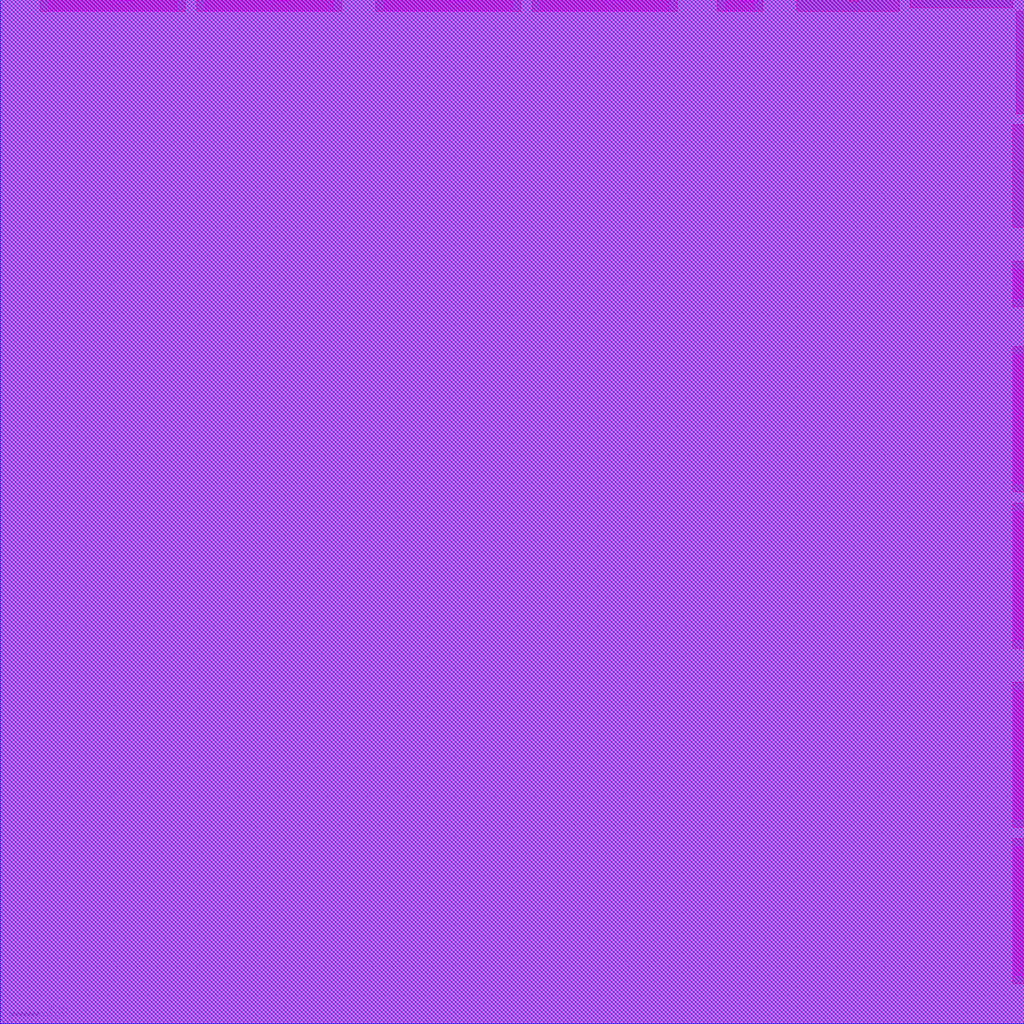
<source format=lef>
# Autogenerated file; please don't edit
# date: 2024-02-13 10:23:51.125473

VERSION 5.8 ;

SITE sg13g2_ioSite
    CLASS PAD ;
    SYMMETRY R90 ;
    SIZE 1.00 BY 180.00 ;
END sg13g2_ioSite

MACRO sg13g2_Corner
    CLASS PAD SPACER ;
    ORIGIN 180.000 0.000 ;
    FOREIGN sg13g2_Corner -180.000 0.000 ;
    SIZE 180.000 BY 180.000 ;
    SYMMETRY X Y R90 ;
    SITE sg13g2_ioSite ;
  PIN iovdd
    DIRECTION INOUT ;
    USE POWER ;
    PORT
      LAYER Metal3 ;
        RECT -2.000 66.000 0.000 91.500 ;
    END
    PORT
      LAYER Metal3 ;
        RECT -86.500 178.000 -61.000 180.000 ;
    END
    PORT
      LAYER Metal3 ;
        RECT -114.000 178.000 -88.500 180.000 ;
    END
    PORT
      LAYER Metal3 ;
        RECT -2.000 93.500 0.000 119.000 ;
    END
    PORT
      LAYER Metal4 ;
        RECT -2.000 66.000 0.000 91.500 ;
    END
    PORT
      LAYER Metal4 ;
        RECT -86.500 178.000 -61.000 180.000 ;
    END
    PORT
      LAYER Metal4 ;
        RECT -114.000 178.000 -88.500 180.000 ;
    END
    PORT
      LAYER Metal4 ;
        RECT -2.000 93.500 0.000 119.000 ;
    END
    PORT
      LAYER Metal5 ;
        RECT -2.000 66.000 0.000 91.500 ;
    END
    PORT
      LAYER Metal5 ;
        RECT -86.500 178.000 -61.000 180.000 ;
    END
    PORT
      LAYER Metal5 ;
        RECT -114.000 178.000 -88.500 180.000 ;
    END
    PORT
      LAYER Metal5 ;
        RECT -2.000 93.500 0.000 119.000 ;
    END
    PORT
      LAYER TopMetal1 ;
        RECT -2.000 66.000 0.000 91.500 ;
    END
    PORT
      LAYER TopMetal1 ;
        RECT -86.500 178.000 -61.000 180.000 ;
    END
    PORT
      LAYER TopMetal1 ;
        RECT -114.000 178.000 -88.500 180.000 ;
    END
    PORT
      LAYER TopMetal1 ;
        RECT -2.000 93.500 0.000 119.000 ;
    END
    PORT
      LAYER TopMetal2 ;
        RECT -112.500 178.000 -90.000 180.000 ;
    END
    PORT
      LAYER TopMetal2 ;
        RECT -2.000 67.500 0.000 90.000 ;
    END
    PORT
      LAYER TopMetal2 ;
        RECT -85.000 178.000 -62.500 180.000 ;
    END
    PORT
      LAYER TopMetal2 ;
        RECT -2.000 95.000 0.000 117.500 ;
    END
  END iovdd
  PIN iovss
    DIRECTION INOUT ;
    USE GROUND ;
    PORT
      LAYER Metal3 ;
        RECT -2.000 34.500 0.000 60.000 ;
    END
    PORT
      LAYER Metal3 ;
        RECT -173.000 178.000 -147.500 180.000 ;
    END
    PORT
      LAYER Metal3 ;
        RECT -2.000 126.000 0.000 134.000 ;
    END
    PORT
      LAYER Metal3 ;
        RECT -54.000 178.000 -46.000 180.000 ;
    END
    PORT
      LAYER Metal3 ;
        RECT -145.500 178.000 -120.000 180.000 ;
    END
    PORT
      LAYER Metal3 ;
        RECT -2.000 7.000 0.000 32.500 ;
    END
    PORT
      LAYER Metal4 ;
        RECT -2.000 34.500 0.000 60.000 ;
    END
    PORT
      LAYER Metal4 ;
        RECT -173.000 178.000 -147.500 180.000 ;
    END
    PORT
      LAYER Metal4 ;
        RECT -2.000 126.000 0.000 134.000 ;
    END
    PORT
      LAYER Metal4 ;
        RECT -54.000 178.000 -46.000 180.000 ;
    END
    PORT
      LAYER Metal4 ;
        RECT -145.500 178.000 -120.000 180.000 ;
    END
    PORT
      LAYER Metal4 ;
        RECT -2.000 7.000 0.000 32.500 ;
    END
    PORT
      LAYER Metal5 ;
        RECT -2.000 34.500 0.000 60.000 ;
    END
    PORT
      LAYER Metal5 ;
        RECT -173.000 178.000 -147.500 180.000 ;
    END
    PORT
      LAYER Metal5 ;
        RECT -2.000 126.000 0.000 134.000 ;
    END
    PORT
      LAYER Metal5 ;
        RECT -54.000 178.000 -46.000 180.000 ;
    END
    PORT
      LAYER Metal5 ;
        RECT -145.500 178.000 -120.000 180.000 ;
    END
    PORT
      LAYER Metal5 ;
        RECT -2.000 7.000 0.000 32.500 ;
    END
    PORT
      LAYER TopMetal1 ;
        RECT -2.000 34.500 0.000 60.000 ;
    END
    PORT
      LAYER TopMetal1 ;
        RECT -173.000 178.000 -147.500 180.000 ;
    END
    PORT
      LAYER TopMetal1 ;
        RECT -2.000 126.000 0.000 134.000 ;
    END
    PORT
      LAYER TopMetal1 ;
        RECT -54.000 178.000 -46.000 180.000 ;
    END
    PORT
      LAYER TopMetal1 ;
        RECT -145.500 178.000 -120.000 180.000 ;
    END
    PORT
      LAYER TopMetal1 ;
        RECT -2.000 7.000 0.000 32.500 ;
    END
    PORT
      LAYER TopMetal2 ;
        RECT -2.000 127.500 0.000 132.500 ;
    END
    PORT
      LAYER TopMetal2 ;
        RECT -2.000 36.000 0.000 58.500 ;
    END
    PORT
      LAYER TopMetal2 ;
        RECT -171.500 178.000 -149.000 180.000 ;
    END
    PORT
      LAYER TopMetal2 ;
        RECT -2.000 8.500 0.000 31.000 ;
    END
    PORT
      LAYER TopMetal2 ;
        RECT -144.000 178.000 -121.500 180.000 ;
    END
    PORT
      LAYER TopMetal2 ;
        RECT -52.500 178.000 -47.500 180.000 ;
    END
  END iovss
  PIN vdd
    DIRECTION INOUT ;
    USE POWER ;
    PORT
      LAYER Metal3 ;
        RECT -20.000 178.590 -2.000 180.000 ;
    END
    PORT
      LAYER Metal3 ;
        RECT -1.410 160.000 0.000 178.000 ;
    END
    PORT
      LAYER Metal4 ;
        RECT -2.000 140.000 0.000 155.800 ;
    END
    PORT
      LAYER Metal4 ;
        RECT -40.000 178.000 -24.200 180.000 ;
    END
    PORT
      LAYER Metal5 ;
        RECT -2.000 140.000 0.000 158.000 ;
    END
    PORT
      LAYER Metal5 ;
        RECT -40.000 178.000 -22.000 180.000 ;
    END
    PORT
      LAYER TopMetal1 ;
        RECT -2.000 140.000 0.000 158.000 ;
    END
    PORT
      LAYER TopMetal1 ;
        RECT -40.000 178.000 -22.000 180.000 ;
    END
  END vdd
  PIN vss
    DIRECTION INOUT ;
    USE GROUND ;
    PORT
      LAYER Metal3 ;
        RECT -2.000 140.000 0.000 158.000 ;
    END
    PORT
      LAYER Metal3 ;
        RECT -40.000 178.000 -22.000 180.000 ;
    END
    PORT
      LAYER Metal4 ;
        RECT -1.410 162.200 0.000 178.000 ;
    END
    PORT
      LAYER Metal4 ;
        RECT -17.800 178.590 -2.000 180.000 ;
    END
    PORT
      LAYER Metal5 ;
        RECT -20.000 178.590 -2.000 180.000 ;
    END
    PORT
      LAYER Metal5 ;
        RECT -1.410 160.000 0.000 178.000 ;
    END
    PORT
      LAYER TopMetal1 ;
        RECT -20.000 178.590 -2.000 180.000 ;
    END
    PORT
      LAYER TopMetal1 ;
        RECT -1.410 160.000 0.000 178.000 ;
    END
  END vss
  OBS
    LAYER Metal1 ;
      RECT -180.000 0.000 0.000 180.000 ;
    LAYER Metal2 ;
      RECT -180.000 0.000 0.000 180.000 ;
    LAYER Metal3 ;
      RECT -180.000 0.000 0.000 180.000 ;
    LAYER Metal4 ;
      RECT -180.000 0.000 0.000 180.000 ;
    LAYER Metal5 ;
      RECT -180.000 0.000 0.000 180.000 ;
    LAYER TopMetal1 ;
      RECT -180.000 0.000 0.000 180.000 ;
    LAYER TopMetal2 ;
      RECT -180.000 0.000 0.000 180.000 ;
    LAYER Via1 ;
      RECT -180.000 0.000 0.000 180.000 ;
    LAYER Via2 ;
      RECT -180.000 0.000 0.000 180.000 ;
  END
END sg13g2_Corner

MACRO sg13g2_Filler200
    CLASS PAD SPACER ;
    ORIGIN 0.000 0.000 ;
    FOREIGN sg13g2_Filler200 0.000 0.000 ;
    SIZE 1.000 BY 180.000 ;
    SYMMETRY X Y R90 ;
    SITE sg13g2_ioSite ;
  PIN iovdd
    DIRECTION INOUT ;
    USE POWER ;
    PORT
      LAYER Metal3 ;
        RECT 0.000 66.000 1.000 91.500 ;
    END
    PORT
      LAYER Metal3 ;
        RECT 0.000 93.500 1.000 119.000 ;
    END
    PORT
      LAYER Metal4 ;
        RECT 0.000 66.000 1.000 91.500 ;
    END
    PORT
      LAYER Metal4 ;
        RECT 0.000 93.500 1.000 119.000 ;
    END
    PORT
      LAYER Metal5 ;
        RECT 0.000 66.000 1.000 91.500 ;
    END
    PORT
      LAYER Metal5 ;
        RECT 0.000 93.500 1.000 119.000 ;
    END
    PORT
      LAYER TopMetal1 ;
        RECT 0.000 66.000 1.000 91.500 ;
    END
    PORT
      LAYER TopMetal1 ;
        RECT 0.000 93.500 1.000 119.000 ;
    END
    PORT
      LAYER TopMetal2 ;
        RECT 0.000 95.000 1.000 117.500 ;
    END
    PORT
      LAYER TopMetal2 ;
        RECT 0.000 67.500 1.000 90.000 ;
    END
  END iovdd
  PIN iovss
    DIRECTION INOUT ;
    USE GROUND ;
    PORT
      LAYER Metal3 ;
        RECT 0.000 7.000 1.000 32.500 ;
    END
    PORT
      LAYER Metal3 ;
        RECT 0.000 126.000 1.000 134.000 ;
    END
    PORT
      LAYER Metal3 ;
        RECT 0.000 34.500 1.000 60.000 ;
    END
    PORT
      LAYER Metal4 ;
        RECT 0.000 7.000 1.000 32.500 ;
    END
    PORT
      LAYER Metal4 ;
        RECT 0.000 126.000 1.000 134.000 ;
    END
    PORT
      LAYER Metal4 ;
        RECT 0.000 34.500 1.000 60.000 ;
    END
    PORT
      LAYER Metal5 ;
        RECT 0.000 7.000 1.000 32.500 ;
    END
    PORT
      LAYER Metal5 ;
        RECT 0.000 126.000 1.000 134.000 ;
    END
    PORT
      LAYER Metal5 ;
        RECT 0.000 34.500 1.000 60.000 ;
    END
    PORT
      LAYER TopMetal1 ;
        RECT 0.000 7.000 1.000 32.500 ;
    END
    PORT
      LAYER TopMetal1 ;
        RECT 0.000 126.000 1.000 134.000 ;
    END
    PORT
      LAYER TopMetal1 ;
        RECT 0.000 34.500 1.000 60.000 ;
    END
    PORT
      LAYER TopMetal2 ;
        RECT 0.000 8.500 1.000 31.000 ;
    END
    PORT
      LAYER TopMetal2 ;
        RECT 0.000 127.500 1.000 132.500 ;
    END
    PORT
      LAYER TopMetal2 ;
        RECT 0.000 36.000 1.000 58.500 ;
    END
  END iovss
  PIN vdd
    DIRECTION INOUT ;
    USE POWER ;
    PORT
      LAYER Metal3 ;
        RECT 0.000 160.000 1.000 178.000 ;
    END
    PORT
      LAYER Metal4 ;
        RECT 0.000 140.000 1.000 155.800 ;
    END
    PORT
      LAYER Metal5 ;
        RECT 0.000 140.000 1.000 158.000 ;
    END
    PORT
      LAYER TopMetal1 ;
        RECT 0.000 140.000 1.000 158.000 ;
    END
  END vdd
  PIN vss
    DIRECTION INOUT ;
    USE GROUND ;
    PORT
      LAYER Metal3 ;
        RECT 0.000 140.000 1.000 158.000 ;
    END
    PORT
      LAYER Metal4 ;
        RECT 0.000 162.200 1.000 178.000 ;
    END
    PORT
      LAYER Metal5 ;
        RECT 0.000 160.000 1.000 178.000 ;
    END
    PORT
      LAYER TopMetal1 ;
        RECT 0.000 160.000 1.000 178.000 ;
    END
  END vss
  OBS
    LAYER Metal1 ;
      RECT 0.000 0.000 1.000 180.000 ;
    LAYER Metal2 ;
      RECT 0.000 0.000 1.000 180.000 ;
    LAYER Metal3 ;
      RECT 0.000 0.000 80.000 178.000 ;
    LAYER Metal4 ;
      RECT 0.000 0.000 80.000 178.000 ;
    LAYER Metal5 ;
      RECT 0.000 0.000 80.000 178.000 ;
    LAYER TopMetal1 ;
      RECT 0.000 0.000 80.000 178.000 ;
    LAYER TopMetal2 ;
      RECT 0.000 8.500 1.000 132.500 ;
    LAYER Via1 ;
      RECT 0.000 0.000 1.000 180.000 ;
    LAYER Via2 ;
      RECT 0.000 0.000 1.000 180.000 ;
  END
END sg13g2_Filler200

MACRO sg13g2_Filler400
    CLASS PAD SPACER ;
    ORIGIN 0.000 0.000 ;
    FOREIGN sg13g2_Filler400 0.000 0.000 ;
    SIZE 2.000 BY 180.000 ;
    SYMMETRY X Y R90 ;
    SITE sg13g2_ioSite ;
  PIN iovdd
    DIRECTION INOUT ;
    USE POWER ;
    PORT
      LAYER Metal3 ;
        RECT 0.000 93.500 2.000 119.000 ;
    END
    PORT
      LAYER Metal3 ;
        RECT 0.000 66.000 2.000 91.500 ;
    END
    PORT
      LAYER Metal4 ;
        RECT 0.000 93.500 2.000 119.000 ;
    END
    PORT
      LAYER Metal4 ;
        RECT 0.000 66.000 2.000 91.500 ;
    END
    PORT
      LAYER Metal5 ;
        RECT 0.000 93.500 2.000 119.000 ;
    END
    PORT
      LAYER Metal5 ;
        RECT 0.000 66.000 2.000 91.500 ;
    END
    PORT
      LAYER TopMetal1 ;
        RECT 0.000 93.500 2.000 119.000 ;
    END
    PORT
      LAYER TopMetal1 ;
        RECT 0.000 66.000 2.000 91.500 ;
    END
    PORT
      LAYER TopMetal2 ;
        RECT 0.000 67.500 2.000 90.000 ;
    END
    PORT
      LAYER TopMetal2 ;
        RECT 0.000 95.000 2.000 117.500 ;
    END
  END iovdd
  PIN iovss
    DIRECTION INOUT ;
    USE GROUND ;
    PORT
      LAYER Metal3 ;
        RECT 0.000 126.000 2.000 134.000 ;
    END
    PORT
      LAYER Metal3 ;
        RECT 0.000 7.000 2.000 32.500 ;
    END
    PORT
      LAYER Metal3 ;
        RECT 0.000 34.500 2.000 60.000 ;
    END
    PORT
      LAYER Metal4 ;
        RECT 0.000 126.000 2.000 134.000 ;
    END
    PORT
      LAYER Metal4 ;
        RECT 0.000 7.000 2.000 32.500 ;
    END
    PORT
      LAYER Metal4 ;
        RECT 0.000 34.500 2.000 60.000 ;
    END
    PORT
      LAYER Metal5 ;
        RECT 0.000 126.000 2.000 134.000 ;
    END
    PORT
      LAYER Metal5 ;
        RECT 0.000 7.000 2.000 32.500 ;
    END
    PORT
      LAYER Metal5 ;
        RECT 0.000 34.500 2.000 60.000 ;
    END
    PORT
      LAYER TopMetal1 ;
        RECT 0.000 126.000 2.000 134.000 ;
    END
    PORT
      LAYER TopMetal1 ;
        RECT 0.000 7.000 2.000 32.500 ;
    END
    PORT
      LAYER TopMetal1 ;
        RECT 0.000 34.500 2.000 60.000 ;
    END
    PORT
      LAYER TopMetal2 ;
        RECT 0.000 8.500 2.000 31.000 ;
    END
    PORT
      LAYER TopMetal2 ;
        RECT 0.000 36.000 2.000 58.500 ;
    END
    PORT
      LAYER TopMetal2 ;
        RECT 0.000 127.500 2.000 132.500 ;
    END
  END iovss
  PIN vdd
    DIRECTION INOUT ;
    USE POWER ;
    PORT
      LAYER Metal3 ;
        RECT 0.000 160.000 2.000 178.000 ;
    END
    PORT
      LAYER Metal4 ;
        RECT 0.000 140.000 2.000 155.800 ;
    END
    PORT
      LAYER Metal5 ;
        RECT 0.000 140.000 2.000 158.000 ;
    END
    PORT
      LAYER TopMetal1 ;
        RECT 0.000 140.000 2.000 158.000 ;
    END
  END vdd
  PIN vss
    DIRECTION INOUT ;
    USE GROUND ;
    PORT
      LAYER Metal3 ;
        RECT 0.000 140.000 2.000 158.000 ;
    END
    PORT
      LAYER Metal4 ;
        RECT 0.000 162.200 2.000 178.000 ;
    END
    PORT
      LAYER Metal5 ;
        RECT 0.000 160.000 2.000 178.000 ;
    END
    PORT
      LAYER TopMetal1 ;
        RECT 0.000 160.000 2.000 178.000 ;
    END
  END vss
  OBS
    LAYER Metal1 ;
      RECT 0.000 0.000 2.000 180.000 ;
    LAYER Metal2 ;
      RECT 0.000 0.000 2.000 180.000 ;
    LAYER Metal3 ;
      RECT 0.000 0.000 80.000 178.000 ;
    LAYER Metal4 ;
      RECT 0.000 0.000 80.000 178.000 ;
    LAYER Metal5 ;
      RECT 0.000 0.000 80.000 178.000 ;
    LAYER TopMetal1 ;
      RECT 0.000 0.000 80.000 178.000 ;
    LAYER TopMetal2 ;
      RECT 0.000 8.500 2.000 132.500 ;
    LAYER Via1 ;
      RECT 0.000 0.000 2.000 180.000 ;
    LAYER Via2 ;
      RECT 0.000 0.000 2.000 180.000 ;
  END
END sg13g2_Filler400

MACRO sg13g2_Filler1000
    CLASS PAD SPACER ;
    ORIGIN 0.000 0.000 ;
    FOREIGN sg13g2_Filler1000 0.000 0.000 ;
    SIZE 5.000 BY 180.000 ;
    SYMMETRY X Y R90 ;
    SITE sg13g2_ioSite ;
  PIN iovdd
    DIRECTION INOUT ;
    USE POWER ;
    PORT
      LAYER Metal3 ;
        RECT 0.000 66.000 5.000 91.500 ;
    END
    PORT
      LAYER Metal3 ;
        RECT 0.000 93.500 5.000 119.000 ;
    END
    PORT
      LAYER Metal4 ;
        RECT 0.000 66.000 5.000 91.500 ;
    END
    PORT
      LAYER Metal4 ;
        RECT 0.000 93.500 5.000 119.000 ;
    END
    PORT
      LAYER Metal5 ;
        RECT 0.000 66.000 5.000 91.500 ;
    END
    PORT
      LAYER Metal5 ;
        RECT 0.000 93.500 5.000 119.000 ;
    END
    PORT
      LAYER TopMetal1 ;
        RECT 0.000 66.000 5.000 91.500 ;
    END
    PORT
      LAYER TopMetal1 ;
        RECT 0.000 93.500 5.000 119.000 ;
    END
    PORT
      LAYER TopMetal2 ;
        RECT 0.000 95.000 5.000 117.500 ;
    END
    PORT
      LAYER TopMetal2 ;
        RECT 0.000 67.500 5.000 90.000 ;
    END
  END iovdd
  PIN iovss
    DIRECTION INOUT ;
    USE GROUND ;
    PORT
      LAYER Metal3 ;
        RECT 0.000 34.500 5.000 60.000 ;
    END
    PORT
      LAYER Metal3 ;
        RECT 0.000 7.000 5.000 32.500 ;
    END
    PORT
      LAYER Metal3 ;
        RECT 0.000 126.000 5.000 134.000 ;
    END
    PORT
      LAYER Metal4 ;
        RECT 0.000 34.500 5.000 60.000 ;
    END
    PORT
      LAYER Metal4 ;
        RECT 0.000 7.000 5.000 32.500 ;
    END
    PORT
      LAYER Metal4 ;
        RECT 0.000 126.000 5.000 134.000 ;
    END
    PORT
      LAYER Metal5 ;
        RECT 0.000 34.500 5.000 60.000 ;
    END
    PORT
      LAYER Metal5 ;
        RECT 0.000 7.000 5.000 32.500 ;
    END
    PORT
      LAYER Metal5 ;
        RECT 0.000 126.000 5.000 134.000 ;
    END
    PORT
      LAYER TopMetal1 ;
        RECT 0.000 34.500 5.000 60.000 ;
    END
    PORT
      LAYER TopMetal1 ;
        RECT 0.000 7.000 5.000 32.500 ;
    END
    PORT
      LAYER TopMetal1 ;
        RECT 0.000 126.000 5.000 134.000 ;
    END
    PORT
      LAYER TopMetal2 ;
        RECT 0.000 127.500 5.000 132.500 ;
    END
    PORT
      LAYER TopMetal2 ;
        RECT 0.000 36.000 5.000 58.500 ;
    END
    PORT
      LAYER TopMetal2 ;
        RECT 0.000 8.500 5.000 31.000 ;
    END
  END iovss
  PIN vdd
    DIRECTION INOUT ;
    USE POWER ;
    PORT
      LAYER Metal3 ;
        RECT 0.000 160.000 5.000 178.000 ;
    END
    PORT
      LAYER Metal4 ;
        RECT 0.000 140.000 5.000 155.800 ;
    END
    PORT
      LAYER Metal5 ;
        RECT 0.000 140.000 5.000 158.000 ;
    END
    PORT
      LAYER TopMetal1 ;
        RECT 0.000 140.000 5.000 158.000 ;
    END
  END vdd
  PIN vss
    DIRECTION INOUT ;
    USE GROUND ;
    PORT
      LAYER Metal3 ;
        RECT 0.000 140.000 5.000 158.000 ;
    END
    PORT
      LAYER Metal4 ;
        RECT 0.000 162.200 5.000 178.000 ;
    END
    PORT
      LAYER Metal5 ;
        RECT 0.000 160.000 5.000 178.000 ;
    END
    PORT
      LAYER TopMetal1 ;
        RECT 0.000 160.000 5.000 178.000 ;
    END
  END vss
  OBS
    LAYER Metal1 ;
      RECT 0.000 0.000 5.000 180.000 ;
    LAYER Metal2 ;
      RECT 0.000 0.000 5.000 180.000 ;
    LAYER Metal3 ;
      RECT 0.000 0.000 80.000 178.000 ;
    LAYER Metal4 ;
      RECT 0.000 0.000 80.000 178.000 ;
    LAYER Metal5 ;
      RECT 0.000 0.000 80.000 178.000 ;
    LAYER TopMetal1 ;
      RECT 0.000 0.000 80.000 178.000 ;
    LAYER TopMetal2 ;
      RECT 0.000 8.500 5.000 132.500 ;
    LAYER Via1 ;
      RECT 0.000 0.000 5.000 180.000 ;
    LAYER Via2 ;
      RECT 0.000 0.000 5.000 180.000 ;
  END
END sg13g2_Filler1000

MACRO sg13g2_Filler2000
    CLASS PAD SPACER ;
    ORIGIN 0.000 0.000 ;
    FOREIGN sg13g2_Filler2000 0.000 0.000 ;
    SIZE 10.000 BY 180.000 ;
    SYMMETRY X Y R90 ;
    SITE sg13g2_ioSite ;
  PIN iovdd
    DIRECTION INOUT ;
    USE POWER ;
    PORT
      LAYER Metal3 ;
        RECT 0.000 66.000 10.000 91.500 ;
    END
    PORT
      LAYER Metal3 ;
        RECT 0.000 93.500 10.000 119.000 ;
    END
    PORT
      LAYER Metal4 ;
        RECT 0.000 66.000 10.000 91.500 ;
    END
    PORT
      LAYER Metal4 ;
        RECT 0.000 93.500 10.000 119.000 ;
    END
    PORT
      LAYER Metal5 ;
        RECT 0.000 66.000 10.000 91.500 ;
    END
    PORT
      LAYER Metal5 ;
        RECT 0.000 93.500 10.000 119.000 ;
    END
    PORT
      LAYER TopMetal1 ;
        RECT 0.000 66.000 10.000 91.500 ;
    END
    PORT
      LAYER TopMetal1 ;
        RECT 0.000 93.500 10.000 119.000 ;
    END
    PORT
      LAYER TopMetal2 ;
        RECT 0.000 67.500 10.000 90.000 ;
    END
    PORT
      LAYER TopMetal2 ;
        RECT 0.000 95.000 10.000 117.500 ;
    END
  END iovdd
  PIN iovss
    DIRECTION INOUT ;
    USE GROUND ;
    PORT
      LAYER Metal3 ;
        RECT 0.000 126.000 10.000 134.000 ;
    END
    PORT
      LAYER Metal3 ;
        RECT 0.000 7.000 10.000 32.500 ;
    END
    PORT
      LAYER Metal3 ;
        RECT 0.000 34.500 10.000 60.000 ;
    END
    PORT
      LAYER Metal4 ;
        RECT 0.000 126.000 10.000 134.000 ;
    END
    PORT
      LAYER Metal4 ;
        RECT 0.000 7.000 10.000 32.500 ;
    END
    PORT
      LAYER Metal4 ;
        RECT 0.000 34.500 10.000 60.000 ;
    END
    PORT
      LAYER Metal5 ;
        RECT 0.000 126.000 10.000 134.000 ;
    END
    PORT
      LAYER Metal5 ;
        RECT 0.000 7.000 10.000 32.500 ;
    END
    PORT
      LAYER Metal5 ;
        RECT 0.000 34.500 10.000 60.000 ;
    END
    PORT
      LAYER TopMetal1 ;
        RECT 0.000 126.000 10.000 134.000 ;
    END
    PORT
      LAYER TopMetal1 ;
        RECT 0.000 7.000 10.000 32.500 ;
    END
    PORT
      LAYER TopMetal1 ;
        RECT 0.000 34.500 10.000 60.000 ;
    END
    PORT
      LAYER TopMetal2 ;
        RECT 0.000 8.500 10.000 31.000 ;
    END
    PORT
      LAYER TopMetal2 ;
        RECT 0.000 36.000 10.000 58.500 ;
    END
    PORT
      LAYER TopMetal2 ;
        RECT 0.000 127.500 10.000 132.500 ;
    END
  END iovss
  PIN vdd
    DIRECTION INOUT ;
    USE POWER ;
    PORT
      LAYER Metal3 ;
        RECT 0.000 160.000 10.000 178.000 ;
    END
    PORT
      LAYER Metal4 ;
        RECT 0.000 140.000 10.000 155.800 ;
    END
    PORT
      LAYER Metal5 ;
        RECT 0.000 140.000 10.000 158.000 ;
    END
    PORT
      LAYER TopMetal1 ;
        RECT 0.000 140.000 10.000 158.000 ;
    END
  END vdd
  PIN vss
    DIRECTION INOUT ;
    USE GROUND ;
    PORT
      LAYER Metal3 ;
        RECT 0.000 140.000 10.000 158.000 ;
    END
    PORT
      LAYER Metal4 ;
        RECT 0.000 162.200 10.000 178.000 ;
    END
    PORT
      LAYER Metal5 ;
        RECT 0.000 160.000 10.000 178.000 ;
    END
    PORT
      LAYER TopMetal1 ;
        RECT 0.000 160.000 10.000 178.000 ;
    END
  END vss
  OBS
    LAYER Metal1 ;
      RECT 0.000 0.000 10.000 180.000 ;
    LAYER Metal2 ;
      RECT 0.000 0.000 10.000 180.000 ;
    LAYER Metal3 ;
      RECT 0.000 0.000 80.000 178.000 ;
    LAYER Metal4 ;
      RECT 0.000 0.000 80.000 178.000 ;
    LAYER Metal5 ;
      RECT 0.000 0.000 80.000 178.000 ;
    LAYER TopMetal1 ;
      RECT 0.000 0.000 80.000 178.000 ;
    LAYER TopMetal2 ;
      RECT 0.000 8.500 10.000 132.500 ;
    LAYER Via1 ;
      RECT 0.000 0.000 10.000 180.000 ;
    LAYER Via2 ;
      RECT 0.000 0.000 10.000 180.000 ;
  END
END sg13g2_Filler2000

MACRO sg13g2_Filler4000
    CLASS PAD SPACER ;
    ORIGIN 0.000 0.000 ;
    FOREIGN sg13g2_Filler4000 0.000 0.000 ;
    SIZE 20.000 BY 180.000 ;
    SYMMETRY X Y R90 ;
    SITE sg13g2_ioSite ;
  PIN iovdd
    DIRECTION INOUT ;
    USE POWER ;
    PORT
      LAYER Metal3 ;
        RECT 0.000 66.000 20.000 91.500 ;
    END
    PORT
      LAYER Metal3 ;
        RECT 0.000 93.500 20.000 119.000 ;
    END
    PORT
      LAYER Metal4 ;
        RECT 0.000 66.000 20.000 91.500 ;
    END
    PORT
      LAYER Metal4 ;
        RECT 0.000 93.500 20.000 119.000 ;
    END
    PORT
      LAYER Metal5 ;
        RECT 0.000 66.000 20.000 91.500 ;
    END
    PORT
      LAYER Metal5 ;
        RECT 0.000 93.500 20.000 119.000 ;
    END
    PORT
      LAYER TopMetal1 ;
        RECT 0.000 66.000 20.000 91.500 ;
    END
    PORT
      LAYER TopMetal1 ;
        RECT 0.000 93.500 20.000 119.000 ;
    END
    PORT
      LAYER TopMetal2 ;
        RECT 0.000 95.000 20.000 117.500 ;
    END
    PORT
      LAYER TopMetal2 ;
        RECT 0.000 67.500 20.000 90.000 ;
    END
  END iovdd
  PIN iovss
    DIRECTION INOUT ;
    USE GROUND ;
    PORT
      LAYER Metal3 ;
        RECT 0.000 7.000 20.000 32.500 ;
    END
    PORT
      LAYER Metal3 ;
        RECT 0.000 34.500 20.000 60.000 ;
    END
    PORT
      LAYER Metal3 ;
        RECT 0.000 126.000 20.000 134.000 ;
    END
    PORT
      LAYER Metal4 ;
        RECT 0.000 7.000 20.000 32.500 ;
    END
    PORT
      LAYER Metal4 ;
        RECT 0.000 34.500 20.000 60.000 ;
    END
    PORT
      LAYER Metal4 ;
        RECT 0.000 126.000 20.000 134.000 ;
    END
    PORT
      LAYER Metal5 ;
        RECT 0.000 7.000 20.000 32.500 ;
    END
    PORT
      LAYER Metal5 ;
        RECT 0.000 34.500 20.000 60.000 ;
    END
    PORT
      LAYER Metal5 ;
        RECT 0.000 126.000 20.000 134.000 ;
    END
    PORT
      LAYER TopMetal1 ;
        RECT 0.000 7.000 20.000 32.500 ;
    END
    PORT
      LAYER TopMetal1 ;
        RECT 0.000 34.500 20.000 60.000 ;
    END
    PORT
      LAYER TopMetal1 ;
        RECT 0.000 126.000 20.000 134.000 ;
    END
    PORT
      LAYER TopMetal2 ;
        RECT 0.000 127.500 20.000 132.500 ;
    END
    PORT
      LAYER TopMetal2 ;
        RECT 0.000 36.000 20.000 58.500 ;
    END
    PORT
      LAYER TopMetal2 ;
        RECT 0.000 8.500 20.000 31.000 ;
    END
  END iovss
  PIN vdd
    DIRECTION INOUT ;
    USE POWER ;
    PORT
      LAYER Metal3 ;
        RECT 0.000 160.000 20.000 178.000 ;
    END
    PORT
      LAYER Metal4 ;
        RECT 0.000 140.000 20.000 155.800 ;
    END
    PORT
      LAYER Metal5 ;
        RECT 0.000 140.000 20.000 158.000 ;
    END
    PORT
      LAYER TopMetal1 ;
        RECT 0.000 140.000 20.000 158.000 ;
    END
  END vdd
  PIN vss
    DIRECTION INOUT ;
    USE GROUND ;
    PORT
      LAYER Metal3 ;
        RECT 0.000 140.000 20.000 158.000 ;
    END
    PORT
      LAYER Metal4 ;
        RECT 0.000 162.200 20.000 178.000 ;
    END
    PORT
      LAYER Metal5 ;
        RECT 0.000 160.000 20.000 178.000 ;
    END
    PORT
      LAYER TopMetal1 ;
        RECT 0.000 160.000 20.000 178.000 ;
    END
  END vss
  OBS
    LAYER Metal1 ;
      RECT 0.000 0.000 20.000 180.000 ;
    LAYER Metal2 ;
      RECT 0.000 0.000 20.000 180.000 ;
    LAYER Metal3 ;
      RECT 0.000 0.000 80.000 178.000 ;
    LAYER Metal4 ;
      RECT 0.000 0.000 80.000 178.000 ;
    LAYER Metal5 ;
      RECT 0.000 0.000 80.000 178.000 ;
    LAYER TopMetal1 ;
      RECT 0.000 0.000 80.000 178.000 ;
    LAYER TopMetal2 ;
      RECT 0.000 8.500 20.000 132.500 ;
    LAYER Via1 ;
      RECT 0.000 0.000 20.000 180.000 ;
    LAYER Via2 ;
      RECT 0.000 0.000 20.000 180.000 ;
  END
END sg13g2_Filler4000

MACRO sg13g2_Filler10000
    CLASS PAD SPACER ;
    ORIGIN 0.000 0.000 ;
    FOREIGN sg13g2_Filler10000 0.000 0.000 ;
    SIZE 50.000 BY 180.000 ;
    SYMMETRY X Y R90 ;
    SITE sg13g2_ioSite ;
  PIN iovdd
    DIRECTION INOUT ;
    USE POWER ;
    PORT
      LAYER Metal3 ;
        RECT 0.000 66.000 50.000 91.500 ;
    END
    PORT
      LAYER Metal3 ;
        RECT 0.000 93.500 50.000 119.000 ;
    END
    PORT
      LAYER Metal4 ;
        RECT 0.000 66.000 50.000 91.500 ;
    END
    PORT
      LAYER Metal4 ;
        RECT 0.000 93.500 50.000 119.000 ;
    END
    PORT
      LAYER Metal5 ;
        RECT 0.000 66.000 50.000 91.500 ;
    END
    PORT
      LAYER Metal5 ;
        RECT 0.000 93.500 50.000 119.000 ;
    END
    PORT
      LAYER TopMetal1 ;
        RECT 0.000 66.000 50.000 91.500 ;
    END
    PORT
      LAYER TopMetal1 ;
        RECT 0.000 93.500 50.000 119.000 ;
    END
    PORT
      LAYER TopMetal2 ;
        RECT 0.000 95.000 50.000 117.500 ;
    END
    PORT
      LAYER TopMetal2 ;
        RECT 0.000 67.500 50.000 90.000 ;
    END
  END iovdd
  PIN iovss
    DIRECTION INOUT ;
    USE GROUND ;
    PORT
      LAYER Metal3 ;
        RECT 0.000 7.000 50.000 32.500 ;
    END
    PORT
      LAYER Metal3 ;
        RECT 0.000 126.000 50.000 134.000 ;
    END
    PORT
      LAYER Metal3 ;
        RECT 0.000 34.500 50.000 60.000 ;
    END
    PORT
      LAYER Metal4 ;
        RECT 0.000 7.000 50.000 32.500 ;
    END
    PORT
      LAYER Metal4 ;
        RECT 0.000 126.000 50.000 134.000 ;
    END
    PORT
      LAYER Metal4 ;
        RECT 0.000 34.500 50.000 60.000 ;
    END
    PORT
      LAYER Metal5 ;
        RECT 0.000 7.000 50.000 32.500 ;
    END
    PORT
      LAYER Metal5 ;
        RECT 0.000 126.000 50.000 134.000 ;
    END
    PORT
      LAYER Metal5 ;
        RECT 0.000 34.500 50.000 60.000 ;
    END
    PORT
      LAYER TopMetal1 ;
        RECT 0.000 7.000 50.000 32.500 ;
    END
    PORT
      LAYER TopMetal1 ;
        RECT 0.000 126.000 50.000 134.000 ;
    END
    PORT
      LAYER TopMetal1 ;
        RECT 0.000 34.500 50.000 60.000 ;
    END
    PORT
      LAYER TopMetal2 ;
        RECT 0.000 8.500 50.000 31.000 ;
    END
    PORT
      LAYER TopMetal2 ;
        RECT 0.000 127.500 50.000 132.500 ;
    END
    PORT
      LAYER TopMetal2 ;
        RECT 0.000 36.000 50.000 58.500 ;
    END
  END iovss
  PIN vdd
    DIRECTION INOUT ;
    USE POWER ;
    PORT
      LAYER Metal3 ;
        RECT 0.000 160.000 50.000 178.000 ;
    END
    PORT
      LAYER Metal4 ;
        RECT 0.000 140.000 50.000 155.800 ;
    END
    PORT
      LAYER Metal5 ;
        RECT 0.000 140.000 50.000 158.000 ;
    END
    PORT
      LAYER TopMetal1 ;
        RECT 0.000 140.000 50.000 158.000 ;
    END
  END vdd
  PIN vss
    DIRECTION INOUT ;
    USE GROUND ;
    PORT
      LAYER Metal3 ;
        RECT 0.000 140.000 50.000 158.000 ;
    END
    PORT
      LAYER Metal4 ;
        RECT 0.000 162.200 50.000 178.000 ;
    END
    PORT
      LAYER Metal5 ;
        RECT 0.000 160.000 50.000 178.000 ;
    END
    PORT
      LAYER TopMetal1 ;
        RECT 0.000 160.000 50.000 178.000 ;
    END
  END vss
  OBS
    LAYER Metal1 ;
      RECT 0.000 0.000 50.000 180.000 ;
    LAYER Metal2 ;
      RECT 0.000 0.000 50.000 180.000 ;
    LAYER Metal3 ;
      RECT 0.000 0.000 80.000 178.000 ;
    LAYER Metal4 ;
      RECT 0.000 0.000 80.000 178.000 ;
    LAYER Metal5 ;
      RECT 0.000 0.000 80.000 178.000 ;
    LAYER TopMetal1 ;
      RECT 0.000 0.000 80.000 178.000 ;
    LAYER TopMetal2 ;
      RECT 0.000 8.500 50.000 132.500 ;
    LAYER Via1 ;
      RECT 0.000 0.000 50.000 180.000 ;
    LAYER Via2 ;
      RECT 0.000 0.000 50.000 180.000 ;
  END
END sg13g2_Filler10000

MACRO sg13g2_IOPadIn
    CLASS PAD INPUT ;
    ORIGIN 0.000 0.000 ;
    FOREIGN sg13g2_IOPadIn 0.000 0.000 ;
    SIZE 80.000 BY 180.000 ;
    SYMMETRY X Y R90 ;
    SITE sg13g2_ioSite ;
  PIN iovdd
    DIRECTION INOUT ;
    USE POWER ;
    PORT
      LAYER Metal3 ;
        RECT 0.000 93.500 80.000 119.000 ;
    END
    PORT
      LAYER Metal3 ;
        RECT 0.000 66.000 80.000 91.500 ;
    END
    PORT
      LAYER Metal4 ;
        RECT 0.000 93.500 80.000 119.000 ;
    END
    PORT
      LAYER Metal4 ;
        RECT 0.000 66.000 80.000 91.500 ;
    END
    PORT
      LAYER Metal5 ;
        RECT 0.000 93.500 80.000 119.000 ;
    END
    PORT
      LAYER Metal5 ;
        RECT 0.000 66.000 80.000 91.500 ;
    END
    PORT
      LAYER TopMetal1 ;
        RECT 0.000 93.500 80.000 119.000 ;
    END
    PORT
      LAYER TopMetal1 ;
        RECT 0.000 66.000 80.000 91.500 ;
    END
    PORT
      LAYER TopMetal2 ;
        RECT 0.000 95.000 80.000 117.500 ;
    END
    PORT
      LAYER TopMetal2 ;
        RECT 0.000 67.500 80.000 90.000 ;
    END
  END iovdd
  PIN iovss
    DIRECTION INOUT ;
    USE GROUND ;
    PORT
      LAYER Metal3 ;
        RECT 0.000 7.000 80.000 32.500 ;
    END
    PORT
      LAYER Metal3 ;
        RECT 0.000 126.000 80.000 134.000 ;
    END
    PORT
      LAYER Metal3 ;
        RECT 0.000 34.500 80.000 60.000 ;
    END
    PORT
      LAYER Metal4 ;
        RECT 0.000 7.000 80.000 32.500 ;
    END
    PORT
      LAYER Metal4 ;
        RECT 0.000 126.000 80.000 134.000 ;
    END
    PORT
      LAYER Metal4 ;
        RECT 0.000 34.500 80.000 60.000 ;
    END
    PORT
      LAYER Metal5 ;
        RECT 0.000 7.000 80.000 32.500 ;
    END
    PORT
      LAYER Metal5 ;
        RECT 0.000 126.000 80.000 134.000 ;
    END
    PORT
      LAYER Metal5 ;
        RECT 0.000 34.500 80.000 60.000 ;
    END
    PORT
      LAYER TopMetal1 ;
        RECT 0.000 7.000 80.000 32.500 ;
    END
    PORT
      LAYER TopMetal1 ;
        RECT 0.000 126.000 80.000 134.000 ;
    END
    PORT
      LAYER TopMetal1 ;
        RECT 0.000 34.500 80.000 60.000 ;
    END
    PORT
      LAYER TopMetal2 ;
        RECT 0.000 36.000 80.000 58.500 ;
    END
    PORT
      LAYER TopMetal2 ;
        RECT 0.000 8.500 80.000 31.000 ;
    END
    PORT
      LAYER TopMetal2 ;
        RECT 0.000 127.500 80.000 132.500 ;
    END
  END iovss
  PIN p2c
    DIRECTION OUTPUT ;
    USE SIGNAL ;
    PORT
      LAYER Metal2 ;
        RECT 39.830 157.810 40.120 180.000 ;
      LAYER Metal3 ;
        RECT 39.725 179.710 40.225 180.000 ;
    END
  END p2c
  PIN pad
    DIRECTION INOUT ;
    USE SIGNAL ;
    PORT
      LAYER Metal2 ;
        RECT 5.000 0.000 75.000 3.000 ;
      LAYER Metal3 ;
        RECT 5.000 0.000 75.000 3.000 ;
      LAYER Metal4 ;
        RECT 5.000 0.000 75.000 3.000 ;
      LAYER Metal5 ;
        RECT 5.000 0.000 75.000 3.000 ;
      LAYER TopMetal1 ;
        RECT 5.000 0.000 75.000 3.000 ;
      LAYER TopMetal2 ;
        RECT 5.000 0.000 75.000 3.000 ;
    END
  END pad
  PIN vdd
    DIRECTION INOUT ;
    USE POWER ;
    PORT
      LAYER Metal3 ;
        RECT 0.000 160.000 80.000 178.000 ;
    END
    PORT
      LAYER Metal4 ;
        RECT 0.000 140.000 80.000 155.800 ;
    END
    PORT
      LAYER Metal5 ;
        RECT 0.000 140.000 80.000 158.000 ;
    END
    PORT
      LAYER TopMetal1 ;
        RECT 0.000 140.000 80.000 158.000 ;
    END
  END vdd
  PIN vss
    DIRECTION INOUT ;
    USE GROUND ;
    PORT
      LAYER Metal3 ;
        RECT 0.000 140.000 80.000 158.000 ;
    END
    PORT
      LAYER Metal4 ;
        RECT 0.000 162.200 80.000 178.000 ;
    END
    PORT
      LAYER Metal5 ;
        RECT 0.000 160.000 80.000 178.000 ;
    END
    PORT
      LAYER TopMetal1 ;
        RECT 0.000 160.000 80.000 178.000 ;
    END
  END vss
  OBS
    LAYER Metal1 ;
      RECT 0.000 0.000 80.000 180.000 ;
    LAYER Metal2 ;
      RECT 0.000 0.000 80.000 180.000 ;
    LAYER Metal3 ;
      RECT 0.000 0.000 80.000 178.000 ;
    LAYER Metal4 ;
      RECT 0.000 0.000 80.000 178.000 ;
    LAYER Metal5 ;
      RECT 0.000 0.000 80.000 178.000 ;
    LAYER TopMetal1 ;
      RECT 0.000 0.000 80.000 178.000 ;
    LAYER TopMetal2 ;
      RECT 0.000 0.000 80.000 132.500 ;
    LAYER Via1 ;
      RECT 0.000 0.000 80.000 180.000 ;
    LAYER Via2 ;
      RECT 0.000 0.000 80.000 180.000 ;
  END
END sg13g2_IOPadIn

MACRO sg13g2_IOPadOut4mA
    CLASS PAD OUTPUT ;
    ORIGIN 0.000 0.000 ;
    FOREIGN sg13g2_IOPadOut4mA 0.000 0.000 ;
    SIZE 80.000 BY 180.000 ;
    SYMMETRY X Y R90 ;
    SITE sg13g2_ioSite ;
  PIN c2p
    DIRECTION INPUT ;
    USE SIGNAL ;
    PORT
      LAYER Metal2 ;
        RECT 38.145 167.000 41.855 180.000 ;
      LAYER Metal3 ;
        RECT 38.145 179.710 41.855 180.000 ;
    END
  END c2p
  PIN iovdd
    DIRECTION INOUT ;
    USE POWER ;
    PORT
      LAYER Metal3 ;
        RECT 0.000 93.500 80.000 119.000 ;
    END
    PORT
      LAYER Metal3 ;
        RECT 0.000 66.000 80.000 91.500 ;
    END
    PORT
      LAYER Metal4 ;
        RECT 0.000 93.500 80.000 119.000 ;
    END
    PORT
      LAYER Metal4 ;
        RECT 0.000 66.000 80.000 91.500 ;
    END
    PORT
      LAYER Metal5 ;
        RECT 0.000 93.500 80.000 119.000 ;
    END
    PORT
      LAYER Metal5 ;
        RECT 0.000 66.000 80.000 91.500 ;
    END
    PORT
      LAYER TopMetal1 ;
        RECT 0.000 93.500 80.000 119.000 ;
    END
    PORT
      LAYER TopMetal1 ;
        RECT 0.000 66.000 80.000 91.500 ;
    END
    PORT
      LAYER TopMetal2 ;
        RECT 0.000 95.000 80.000 117.500 ;
    END
    PORT
      LAYER TopMetal2 ;
        RECT 0.000 67.500 80.000 90.000 ;
    END
  END iovdd
  PIN iovss
    DIRECTION INOUT ;
    USE GROUND ;
    PORT
      LAYER Metal3 ;
        RECT 0.000 7.000 80.000 32.500 ;
    END
    PORT
      LAYER Metal3 ;
        RECT 0.000 126.000 80.000 134.000 ;
    END
    PORT
      LAYER Metal3 ;
        RECT 0.000 34.500 80.000 60.000 ;
    END
    PORT
      LAYER Metal4 ;
        RECT 0.000 7.000 80.000 32.500 ;
    END
    PORT
      LAYER Metal4 ;
        RECT 0.000 126.000 80.000 134.000 ;
    END
    PORT
      LAYER Metal4 ;
        RECT 0.000 34.500 80.000 60.000 ;
    END
    PORT
      LAYER Metal5 ;
        RECT 0.000 7.000 80.000 32.500 ;
    END
    PORT
      LAYER Metal5 ;
        RECT 0.000 126.000 80.000 134.000 ;
    END
    PORT
      LAYER Metal5 ;
        RECT 0.000 34.500 80.000 60.000 ;
    END
    PORT
      LAYER TopMetal1 ;
        RECT 0.000 7.000 80.000 32.500 ;
    END
    PORT
      LAYER TopMetal1 ;
        RECT 0.000 126.000 80.000 134.000 ;
    END
    PORT
      LAYER TopMetal1 ;
        RECT 0.000 34.500 80.000 60.000 ;
    END
    PORT
      LAYER TopMetal2 ;
        RECT 0.000 36.000 80.000 58.500 ;
    END
    PORT
      LAYER TopMetal2 ;
        RECT 0.000 8.500 80.000 31.000 ;
    END
    PORT
      LAYER TopMetal2 ;
        RECT 0.000 127.500 80.000 132.500 ;
    END
  END iovss
  PIN pad
    DIRECTION INOUT ;
    USE SIGNAL ;
    PORT
      LAYER Metal2 ;
        RECT 5.000 0.000 75.000 3.000 ;
      LAYER Metal3 ;
        RECT 5.000 0.000 75.000 3.000 ;
      LAYER Metal4 ;
        RECT 5.000 0.000 75.000 3.000 ;
      LAYER Metal5 ;
        RECT 5.000 0.000 75.000 3.000 ;
      LAYER TopMetal1 ;
        RECT 5.000 0.000 75.000 3.000 ;
      LAYER TopMetal2 ;
        RECT 5.000 0.000 75.000 3.000 ;
    END
  END pad
  PIN vdd
    DIRECTION INOUT ;
    USE POWER ;
    PORT
      LAYER Metal3 ;
        RECT 0.000 160.000 80.000 178.000 ;
    END
    PORT
      LAYER Metal4 ;
        RECT 0.000 140.000 80.000 155.800 ;
    END
    PORT
      LAYER Metal5 ;
        RECT 0.000 140.000 80.000 158.000 ;
    END
    PORT
      LAYER TopMetal1 ;
        RECT 0.000 140.000 80.000 158.000 ;
    END
  END vdd
  PIN vss
    DIRECTION INOUT ;
    USE GROUND ;
    PORT
      LAYER Metal3 ;
        RECT 0.000 140.000 80.000 158.000 ;
    END
    PORT
      LAYER Metal4 ;
        RECT 0.000 162.200 80.000 178.000 ;
    END
    PORT
      LAYER Metal5 ;
        RECT 0.000 160.000 80.000 178.000 ;
    END
    PORT
      LAYER TopMetal1 ;
        RECT 0.000 160.000 80.000 178.000 ;
    END
  END vss
  OBS
    LAYER Metal1 ;
      RECT 0.000 0.000 80.000 180.000 ;
    LAYER Metal2 ;
      RECT 0.000 0.000 80.000 180.000 ;
    LAYER Metal3 ;
      RECT 0.000 0.000 80.000 178.000 ;
    LAYER Metal4 ;
      RECT 0.000 0.000 80.000 178.000 ;
    LAYER Metal5 ;
      RECT 0.000 0.000 80.000 178.000 ;
    LAYER TopMetal1 ;
      RECT 0.000 0.000 80.000 178.000 ;
    LAYER TopMetal2 ;
      RECT 0.000 0.000 80.000 132.500 ;
    LAYER Via1 ;
      RECT 0.000 0.000 80.000 180.000 ;
    LAYER Via2 ;
      RECT 0.000 0.000 80.000 180.000 ;
  END
END sg13g2_IOPadOut4mA

MACRO sg13g2_IOPadOut16mA
    CLASS PAD OUTPUT ;
    ORIGIN 0.000 0.000 ;
    FOREIGN sg13g2_IOPadOut16mA 0.000 0.000 ;
    SIZE 80.000 BY 180.000 ;
    SYMMETRY X Y R90 ;
    SITE sg13g2_ioSite ;
  PIN c2p
    DIRECTION INPUT ;
    USE SIGNAL ;
    PORT
      LAYER Metal2 ;
        RECT 38.145 167.000 41.855 180.000 ;
      LAYER Metal3 ;
        RECT 38.145 179.710 41.855 180.000 ;
    END
  END c2p
  PIN iovdd
    DIRECTION INOUT ;
    USE POWER ;
    PORT
      LAYER Metal3 ;
        RECT 0.000 93.500 80.000 119.000 ;
    END
    PORT
      LAYER Metal3 ;
        RECT 0.000 66.000 80.000 91.500 ;
    END
    PORT
      LAYER Metal4 ;
        RECT 0.000 93.500 80.000 119.000 ;
    END
    PORT
      LAYER Metal4 ;
        RECT 0.000 66.000 80.000 91.500 ;
    END
    PORT
      LAYER Metal5 ;
        RECT 0.000 93.500 80.000 119.000 ;
    END
    PORT
      LAYER Metal5 ;
        RECT 0.000 66.000 80.000 91.500 ;
    END
    PORT
      LAYER TopMetal1 ;
        RECT 0.000 93.500 80.000 119.000 ;
    END
    PORT
      LAYER TopMetal1 ;
        RECT 0.000 66.000 80.000 91.500 ;
    END
    PORT
      LAYER TopMetal2 ;
        RECT 0.000 95.000 80.000 117.500 ;
    END
    PORT
      LAYER TopMetal2 ;
        RECT 0.000 67.500 80.000 90.000 ;
    END
  END iovdd
  PIN iovss
    DIRECTION INOUT ;
    USE GROUND ;
    PORT
      LAYER Metal3 ;
        RECT 0.000 7.000 80.000 32.500 ;
    END
    PORT
      LAYER Metal3 ;
        RECT 0.000 126.000 80.000 134.000 ;
    END
    PORT
      LAYER Metal3 ;
        RECT 0.000 34.500 80.000 60.000 ;
    END
    PORT
      LAYER Metal4 ;
        RECT 0.000 7.000 80.000 32.500 ;
    END
    PORT
      LAYER Metal4 ;
        RECT 0.000 126.000 80.000 134.000 ;
    END
    PORT
      LAYER Metal4 ;
        RECT 0.000 34.500 80.000 60.000 ;
    END
    PORT
      LAYER Metal5 ;
        RECT 0.000 7.000 80.000 32.500 ;
    END
    PORT
      LAYER Metal5 ;
        RECT 0.000 126.000 80.000 134.000 ;
    END
    PORT
      LAYER Metal5 ;
        RECT 0.000 34.500 80.000 60.000 ;
    END
    PORT
      LAYER TopMetal1 ;
        RECT 0.000 7.000 80.000 32.500 ;
    END
    PORT
      LAYER TopMetal1 ;
        RECT 0.000 126.000 80.000 134.000 ;
    END
    PORT
      LAYER TopMetal1 ;
        RECT 0.000 34.500 80.000 60.000 ;
    END
    PORT
      LAYER TopMetal2 ;
        RECT 0.000 36.000 80.000 58.500 ;
    END
    PORT
      LAYER TopMetal2 ;
        RECT 0.000 8.500 80.000 31.000 ;
    END
    PORT
      LAYER TopMetal2 ;
        RECT 0.000 127.500 80.000 132.500 ;
    END
  END iovss
  PIN pad
    DIRECTION INOUT ;
    USE SIGNAL ;
    PORT
      LAYER Metal2 ;
        RECT 5.000 0.000 75.000 3.000 ;
      LAYER Metal3 ;
        RECT 5.000 0.000 75.000 3.000 ;
      LAYER Metal4 ;
        RECT 5.000 0.000 75.000 3.000 ;
      LAYER Metal5 ;
        RECT 5.000 0.000 75.000 3.000 ;
      LAYER TopMetal1 ;
        RECT 5.000 0.000 75.000 3.000 ;
      LAYER TopMetal2 ;
        RECT 5.000 0.000 75.000 3.000 ;
    END
  END pad
  PIN vdd
    DIRECTION INOUT ;
    USE POWER ;
    PORT
      LAYER Metal3 ;
        RECT 0.000 160.000 80.000 178.000 ;
    END
    PORT
      LAYER Metal4 ;
        RECT 0.000 140.000 80.000 155.800 ;
    END
    PORT
      LAYER Metal5 ;
        RECT 0.000 140.000 80.000 158.000 ;
    END
    PORT
      LAYER TopMetal1 ;
        RECT 0.000 140.000 80.000 158.000 ;
    END
  END vdd
  PIN vss
    DIRECTION INOUT ;
    USE GROUND ;
    PORT
      LAYER Metal3 ;
        RECT 0.000 140.000 80.000 158.000 ;
    END
    PORT
      LAYER Metal4 ;
        RECT 0.000 162.200 80.000 178.000 ;
    END
    PORT
      LAYER Metal5 ;
        RECT 0.000 160.000 80.000 178.000 ;
    END
    PORT
      LAYER TopMetal1 ;
        RECT 0.000 160.000 80.000 178.000 ;
    END
  END vss
  OBS
    LAYER Metal1 ;
      RECT 0.000 0.000 80.000 180.000 ;
    LAYER Metal2 ;
      RECT 0.000 0.000 80.000 180.000 ;
    LAYER Metal3 ;
      RECT 0.000 0.000 80.000 178.000 ;
    LAYER Metal4 ;
      RECT 0.000 0.000 80.000 178.000 ;
    LAYER Metal5 ;
      RECT 0.000 0.000 80.000 178.000 ;
    LAYER TopMetal1 ;
      RECT 0.000 0.000 80.000 178.000 ;
    LAYER TopMetal2 ;
      RECT 0.000 0.000 80.000 132.500 ;
    LAYER Via1 ;
      RECT 0.000 0.000 80.000 180.000 ;
    LAYER Via2 ;
      RECT 0.000 0.000 80.000 180.000 ;
  END
END sg13g2_IOPadOut16mA

MACRO sg13g2_IOPadOut30mA
    CLASS PAD OUTPUT ;
    ORIGIN 0.000 0.000 ;
    FOREIGN sg13g2_IOPadOut30mA 0.000 0.000 ;
    SIZE 80.000 BY 180.000 ;
    SYMMETRY X Y R90 ;
    SITE sg13g2_ioSite ;
  PIN c2p
    DIRECTION INPUT ;
    USE SIGNAL ;
    PORT
      LAYER Metal2 ;
        RECT 38.145 167.000 41.855 180.000 ;
      LAYER Metal3 ;
        RECT 38.145 179.710 41.855 180.000 ;
    END
  END c2p
  PIN iovdd
    DIRECTION INOUT ;
    USE POWER ;
    PORT
      LAYER Metal3 ;
        RECT 0.000 93.500 80.000 119.000 ;
    END
    PORT
      LAYER Metal3 ;
        RECT 0.000 66.000 80.000 91.500 ;
    END
    PORT
      LAYER Metal4 ;
        RECT 0.000 93.500 80.000 119.000 ;
    END
    PORT
      LAYER Metal4 ;
        RECT 0.000 66.000 80.000 91.500 ;
    END
    PORT
      LAYER Metal5 ;
        RECT 0.000 93.500 80.000 119.000 ;
    END
    PORT
      LAYER Metal5 ;
        RECT 0.000 66.000 80.000 91.500 ;
    END
    PORT
      LAYER TopMetal1 ;
        RECT 0.000 93.500 80.000 119.000 ;
    END
    PORT
      LAYER TopMetal1 ;
        RECT 0.000 66.000 80.000 91.500 ;
    END
    PORT
      LAYER TopMetal2 ;
        RECT 0.000 95.000 80.000 117.500 ;
    END
    PORT
      LAYER TopMetal2 ;
        RECT 0.000 67.500 80.000 90.000 ;
    END
  END iovdd
  PIN iovss
    DIRECTION INOUT ;
    USE GROUND ;
    PORT
      LAYER Metal3 ;
        RECT 0.000 7.000 80.000 32.500 ;
    END
    PORT
      LAYER Metal3 ;
        RECT 0.000 126.000 80.000 134.000 ;
    END
    PORT
      LAYER Metal3 ;
        RECT 0.000 34.500 80.000 60.000 ;
    END
    PORT
      LAYER Metal4 ;
        RECT 0.000 7.000 80.000 32.500 ;
    END
    PORT
      LAYER Metal4 ;
        RECT 0.000 126.000 80.000 134.000 ;
    END
    PORT
      LAYER Metal4 ;
        RECT 0.000 34.500 80.000 60.000 ;
    END
    PORT
      LAYER Metal5 ;
        RECT 0.000 7.000 80.000 32.500 ;
    END
    PORT
      LAYER Metal5 ;
        RECT 0.000 126.000 80.000 134.000 ;
    END
    PORT
      LAYER Metal5 ;
        RECT 0.000 34.500 80.000 60.000 ;
    END
    PORT
      LAYER TopMetal1 ;
        RECT 0.000 7.000 80.000 32.500 ;
    END
    PORT
      LAYER TopMetal1 ;
        RECT 0.000 126.000 80.000 134.000 ;
    END
    PORT
      LAYER TopMetal1 ;
        RECT 0.000 34.500 80.000 60.000 ;
    END
    PORT
      LAYER TopMetal2 ;
        RECT 0.000 36.000 80.000 58.500 ;
    END
    PORT
      LAYER TopMetal2 ;
        RECT 0.000 8.500 80.000 31.000 ;
    END
    PORT
      LAYER TopMetal2 ;
        RECT 0.000 127.500 80.000 132.500 ;
    END
  END iovss
  PIN pad
    DIRECTION INOUT ;
    USE SIGNAL ;
    PORT
      LAYER Metal2 ;
        RECT 5.000 0.000 75.000 3.000 ;
      LAYER Metal3 ;
        RECT 5.000 0.000 75.000 3.000 ;
      LAYER Metal4 ;
        RECT 5.000 0.000 75.000 3.000 ;
      LAYER Metal5 ;
        RECT 5.000 0.000 75.000 3.000 ;
      LAYER TopMetal1 ;
        RECT 5.000 0.000 75.000 3.000 ;
      LAYER TopMetal2 ;
        RECT 5.000 0.000 75.000 3.000 ;
    END
  END pad
  PIN vdd
    DIRECTION INOUT ;
    USE POWER ;
    PORT
      LAYER Metal3 ;
        RECT 0.000 160.000 80.000 178.000 ;
    END
    PORT
      LAYER Metal4 ;
        RECT 0.000 140.000 80.000 155.800 ;
    END
    PORT
      LAYER Metal5 ;
        RECT 0.000 140.000 80.000 158.000 ;
    END
    PORT
      LAYER TopMetal1 ;
        RECT 0.000 140.000 80.000 158.000 ;
    END
  END vdd
  PIN vss
    DIRECTION INOUT ;
    USE GROUND ;
    PORT
      LAYER Metal3 ;
        RECT 0.000 140.000 80.000 158.000 ;
    END
    PORT
      LAYER Metal4 ;
        RECT 0.000 162.200 80.000 178.000 ;
    END
    PORT
      LAYER Metal5 ;
        RECT 0.000 160.000 80.000 178.000 ;
    END
    PORT
      LAYER TopMetal1 ;
        RECT 0.000 160.000 80.000 178.000 ;
    END
  END vss
  OBS
    LAYER Metal1 ;
      RECT 0.000 0.000 80.000 180.000 ;
    LAYER Metal2 ;
      RECT 0.000 0.000 80.000 180.000 ;
    LAYER Metal3 ;
      RECT 0.000 0.000 80.000 178.000 ;
    LAYER Metal4 ;
      RECT 0.000 0.000 80.000 178.000 ;
    LAYER Metal5 ;
      RECT 0.000 0.000 80.000 178.000 ;
    LAYER TopMetal1 ;
      RECT 0.000 0.000 80.000 178.000 ;
    LAYER TopMetal2 ;
      RECT 0.000 0.000 80.000 132.500 ;
    LAYER Via1 ;
      RECT 0.000 0.000 80.000 180.000 ;
    LAYER Via2 ;
      RECT 0.000 0.000 80.000 180.000 ;
  END
END sg13g2_IOPadOut30mA

MACRO sg13g2_IOPadTriOut4mA
    CLASS PAD OUTPUT ;
    ORIGIN 0.000 0.000 ;
    FOREIGN sg13g2_IOPadTriOut4mA 0.000 0.000 ;
    SIZE 80.000 BY 180.000 ;
    SYMMETRY X Y R90 ;
    SITE sg13g2_ioSite ;
  PIN c2p
    DIRECTION INPUT ;
    USE SIGNAL ;
    PORT
      LAYER Metal2 ;
        RECT 38.330 178.090 38.620 180.000 ;
      LAYER Metal3 ;
        RECT 38.225 179.710 38.725 180.000 ;
    END
  END c2p
  PIN c2p_en
    DIRECTION INPUT ;
    USE SIGNAL ;
    PORT
      LAYER Metal2 ;
        RECT 41.380 174.045 41.670 180.000 ;
      LAYER Metal3 ;
        RECT 41.275 179.710 41.775 180.000 ;
    END
  END c2p_en
  PIN iovdd
    DIRECTION INOUT ;
    USE POWER ;
    PORT
      LAYER Metal3 ;
        RECT 0.000 93.500 80.000 119.000 ;
    END
    PORT
      LAYER Metal3 ;
        RECT 0.000 66.000 80.000 91.500 ;
    END
    PORT
      LAYER Metal4 ;
        RECT 0.000 93.500 80.000 119.000 ;
    END
    PORT
      LAYER Metal4 ;
        RECT 0.000 66.000 80.000 91.500 ;
    END
    PORT
      LAYER Metal5 ;
        RECT 0.000 93.500 80.000 119.000 ;
    END
    PORT
      LAYER Metal5 ;
        RECT 0.000 66.000 80.000 91.500 ;
    END
    PORT
      LAYER TopMetal1 ;
        RECT 0.000 93.500 80.000 119.000 ;
    END
    PORT
      LAYER TopMetal1 ;
        RECT 0.000 66.000 80.000 91.500 ;
    END
    PORT
      LAYER TopMetal2 ;
        RECT 0.000 95.000 80.000 117.500 ;
    END
    PORT
      LAYER TopMetal2 ;
        RECT 0.000 67.500 80.000 90.000 ;
    END
  END iovdd
  PIN iovss
    DIRECTION INOUT ;
    USE GROUND ;
    PORT
      LAYER Metal3 ;
        RECT 0.000 7.000 80.000 32.500 ;
    END
    PORT
      LAYER Metal3 ;
        RECT 0.000 126.000 80.000 134.000 ;
    END
    PORT
      LAYER Metal3 ;
        RECT 0.000 34.500 80.000 60.000 ;
    END
    PORT
      LAYER Metal4 ;
        RECT 0.000 7.000 80.000 32.500 ;
    END
    PORT
      LAYER Metal4 ;
        RECT 0.000 126.000 80.000 134.000 ;
    END
    PORT
      LAYER Metal4 ;
        RECT 0.000 34.500 80.000 60.000 ;
    END
    PORT
      LAYER Metal5 ;
        RECT 0.000 7.000 80.000 32.500 ;
    END
    PORT
      LAYER Metal5 ;
        RECT 0.000 126.000 80.000 134.000 ;
    END
    PORT
      LAYER Metal5 ;
        RECT 0.000 34.500 80.000 60.000 ;
    END
    PORT
      LAYER TopMetal1 ;
        RECT 0.000 7.000 80.000 32.500 ;
    END
    PORT
      LAYER TopMetal1 ;
        RECT 0.000 126.000 80.000 134.000 ;
    END
    PORT
      LAYER TopMetal1 ;
        RECT 0.000 34.500 80.000 60.000 ;
    END
    PORT
      LAYER TopMetal2 ;
        RECT 0.000 36.000 80.000 58.500 ;
    END
    PORT
      LAYER TopMetal2 ;
        RECT 0.000 8.500 80.000 31.000 ;
    END
    PORT
      LAYER TopMetal2 ;
        RECT 0.000 127.500 80.000 132.500 ;
    END
  END iovss
  PIN pad
    DIRECTION INOUT ;
    USE SIGNAL ;
    PORT
      LAYER Metal2 ;
        RECT 5.000 0.000 75.000 3.000 ;
      LAYER Metal3 ;
        RECT 5.000 0.000 75.000 3.000 ;
      LAYER Metal4 ;
        RECT 5.000 0.000 75.000 3.000 ;
      LAYER Metal5 ;
        RECT 5.000 0.000 75.000 3.000 ;
      LAYER TopMetal1 ;
        RECT 5.000 0.000 75.000 3.000 ;
      LAYER TopMetal2 ;
        RECT 5.000 0.000 75.000 3.000 ;
    END
  END pad
  PIN vdd
    DIRECTION INOUT ;
    USE POWER ;
    PORT
      LAYER Metal3 ;
        RECT 0.000 160.000 80.000 178.000 ;
    END
    PORT
      LAYER Metal4 ;
        RECT 0.000 140.000 80.000 155.800 ;
    END
    PORT
      LAYER Metal5 ;
        RECT 0.000 140.000 80.000 158.000 ;
    END
    PORT
      LAYER TopMetal1 ;
        RECT 0.000 140.000 80.000 158.000 ;
    END
  END vdd
  PIN vss
    DIRECTION INOUT ;
    USE GROUND ;
    PORT
      LAYER Metal3 ;
        RECT 0.000 140.000 80.000 158.000 ;
    END
    PORT
      LAYER Metal4 ;
        RECT 0.000 162.200 80.000 178.000 ;
    END
    PORT
      LAYER Metal5 ;
        RECT 0.000 160.000 80.000 178.000 ;
    END
    PORT
      LAYER TopMetal1 ;
        RECT 0.000 160.000 80.000 178.000 ;
    END
  END vss
  OBS
    LAYER Metal1 ;
      RECT 0.000 0.000 80.000 180.000 ;
    LAYER Metal2 ;
      RECT 0.000 0.000 80.000 180.000 ;
    LAYER Metal3 ;
      RECT 0.000 0.000 80.000 178.000 ;
    LAYER Metal4 ;
      RECT 0.000 0.000 80.000 178.000 ;
    LAYER Metal5 ;
      RECT 0.000 0.000 80.000 178.000 ;
    LAYER TopMetal1 ;
      RECT 0.000 0.000 80.000 178.000 ;
    LAYER TopMetal2 ;
      RECT 0.000 0.000 80.000 132.500 ;
    LAYER Via1 ;
      RECT 0.000 0.000 80.000 180.000 ;
    LAYER Via2 ;
      RECT 0.000 0.000 80.000 180.000 ;
  END
END sg13g2_IOPadTriOut4mA

MACRO sg13g2_IOPadTriOut16mA
    CLASS PAD OUTPUT ;
    ORIGIN 0.000 0.000 ;
    FOREIGN sg13g2_IOPadTriOut16mA 0.000 0.000 ;
    SIZE 80.000 BY 180.000 ;
    SYMMETRY X Y R90 ;
    SITE sg13g2_ioSite ;
  PIN c2p
    DIRECTION INPUT ;
    USE SIGNAL ;
    PORT
      LAYER Metal2 ;
        RECT 38.330 178.090 38.620 180.000 ;
      LAYER Metal3 ;
        RECT 38.225 179.710 38.725 180.000 ;
    END
  END c2p
  PIN c2p_en
    DIRECTION INPUT ;
    USE SIGNAL ;
    PORT
      LAYER Metal2 ;
        RECT 41.380 174.045 41.670 180.000 ;
      LAYER Metal3 ;
        RECT 41.275 179.710 41.775 180.000 ;
    END
  END c2p_en
  PIN iovdd
    DIRECTION INOUT ;
    USE POWER ;
    PORT
      LAYER Metal3 ;
        RECT 0.000 93.500 80.000 119.000 ;
    END
    PORT
      LAYER Metal3 ;
        RECT 0.000 66.000 80.000 91.500 ;
    END
    PORT
      LAYER Metal4 ;
        RECT 0.000 93.500 80.000 119.000 ;
    END
    PORT
      LAYER Metal4 ;
        RECT 0.000 66.000 80.000 91.500 ;
    END
    PORT
      LAYER Metal5 ;
        RECT 0.000 93.500 80.000 119.000 ;
    END
    PORT
      LAYER Metal5 ;
        RECT 0.000 66.000 80.000 91.500 ;
    END
    PORT
      LAYER TopMetal1 ;
        RECT 0.000 93.500 80.000 119.000 ;
    END
    PORT
      LAYER TopMetal1 ;
        RECT 0.000 66.000 80.000 91.500 ;
    END
    PORT
      LAYER TopMetal2 ;
        RECT 0.000 95.000 80.000 117.500 ;
    END
    PORT
      LAYER TopMetal2 ;
        RECT 0.000 67.500 80.000 90.000 ;
    END
  END iovdd
  PIN iovss
    DIRECTION INOUT ;
    USE GROUND ;
    PORT
      LAYER Metal3 ;
        RECT 0.000 7.000 80.000 32.500 ;
    END
    PORT
      LAYER Metal3 ;
        RECT 0.000 126.000 80.000 134.000 ;
    END
    PORT
      LAYER Metal3 ;
        RECT 0.000 34.500 80.000 60.000 ;
    END
    PORT
      LAYER Metal4 ;
        RECT 0.000 7.000 80.000 32.500 ;
    END
    PORT
      LAYER Metal4 ;
        RECT 0.000 126.000 80.000 134.000 ;
    END
    PORT
      LAYER Metal4 ;
        RECT 0.000 34.500 80.000 60.000 ;
    END
    PORT
      LAYER Metal5 ;
        RECT 0.000 7.000 80.000 32.500 ;
    END
    PORT
      LAYER Metal5 ;
        RECT 0.000 126.000 80.000 134.000 ;
    END
    PORT
      LAYER Metal5 ;
        RECT 0.000 34.500 80.000 60.000 ;
    END
    PORT
      LAYER TopMetal1 ;
        RECT 0.000 7.000 80.000 32.500 ;
    END
    PORT
      LAYER TopMetal1 ;
        RECT 0.000 126.000 80.000 134.000 ;
    END
    PORT
      LAYER TopMetal1 ;
        RECT 0.000 34.500 80.000 60.000 ;
    END
    PORT
      LAYER TopMetal2 ;
        RECT 0.000 36.000 80.000 58.500 ;
    END
    PORT
      LAYER TopMetal2 ;
        RECT 0.000 8.500 80.000 31.000 ;
    END
    PORT
      LAYER TopMetal2 ;
        RECT 0.000 127.500 80.000 132.500 ;
    END
  END iovss
  PIN pad
    DIRECTION INOUT ;
    USE SIGNAL ;
    PORT
      LAYER Metal2 ;
        RECT 5.000 0.000 75.000 3.000 ;
      LAYER Metal3 ;
        RECT 5.000 0.000 75.000 3.000 ;
      LAYER Metal4 ;
        RECT 5.000 0.000 75.000 3.000 ;
      LAYER Metal5 ;
        RECT 5.000 0.000 75.000 3.000 ;
      LAYER TopMetal1 ;
        RECT 5.000 0.000 75.000 3.000 ;
      LAYER TopMetal2 ;
        RECT 5.000 0.000 75.000 3.000 ;
    END
  END pad
  PIN vdd
    DIRECTION INOUT ;
    USE POWER ;
    PORT
      LAYER Metal3 ;
        RECT 0.000 160.000 80.000 178.000 ;
    END
    PORT
      LAYER Metal4 ;
        RECT 0.000 140.000 80.000 155.800 ;
    END
    PORT
      LAYER Metal5 ;
        RECT 0.000 140.000 80.000 158.000 ;
    END
    PORT
      LAYER TopMetal1 ;
        RECT 0.000 140.000 80.000 158.000 ;
    END
  END vdd
  PIN vss
    DIRECTION INOUT ;
    USE GROUND ;
    PORT
      LAYER Metal3 ;
        RECT 0.000 140.000 80.000 158.000 ;
    END
    PORT
      LAYER Metal4 ;
        RECT 0.000 162.200 80.000 178.000 ;
    END
    PORT
      LAYER Metal5 ;
        RECT 0.000 160.000 80.000 178.000 ;
    END
    PORT
      LAYER TopMetal1 ;
        RECT 0.000 160.000 80.000 178.000 ;
    END
  END vss
  OBS
    LAYER Metal1 ;
      RECT 0.000 0.000 80.000 180.000 ;
    LAYER Metal2 ;
      RECT 0.000 0.000 80.000 180.000 ;
    LAYER Metal3 ;
      RECT 0.000 0.000 80.000 178.000 ;
    LAYER Metal4 ;
      RECT 0.000 0.000 80.000 178.000 ;
    LAYER Metal5 ;
      RECT 0.000 0.000 80.000 178.000 ;
    LAYER TopMetal1 ;
      RECT 0.000 0.000 80.000 178.000 ;
    LAYER TopMetal2 ;
      RECT 0.000 0.000 80.000 132.500 ;
    LAYER Via1 ;
      RECT 0.000 0.000 80.000 180.000 ;
    LAYER Via2 ;
      RECT 0.000 0.000 80.000 180.000 ;
  END
END sg13g2_IOPadTriOut16mA

MACRO sg13g2_IOPadTriOut30mA
    CLASS PAD OUTPUT ;
    ORIGIN 0.000 0.000 ;
    FOREIGN sg13g2_IOPadTriOut30mA 0.000 0.000 ;
    SIZE 80.000 BY 180.000 ;
    SYMMETRY X Y R90 ;
    SITE sg13g2_ioSite ;
  PIN c2p
    DIRECTION INPUT ;
    USE SIGNAL ;
    PORT
      LAYER Metal2 ;
        RECT 38.330 178.090 38.620 180.000 ;
      LAYER Metal3 ;
        RECT 38.225 179.710 38.725 180.000 ;
    END
  END c2p
  PIN c2p_en
    DIRECTION INPUT ;
    USE SIGNAL ;
    PORT
      LAYER Metal2 ;
        RECT 41.380 174.045 41.670 180.000 ;
      LAYER Metal3 ;
        RECT 41.275 179.710 41.775 180.000 ;
    END
  END c2p_en
  PIN iovdd
    DIRECTION INOUT ;
    USE POWER ;
    PORT
      LAYER Metal3 ;
        RECT 0.000 93.500 80.000 119.000 ;
    END
    PORT
      LAYER Metal3 ;
        RECT 0.000 66.000 80.000 91.500 ;
    END
    PORT
      LAYER Metal4 ;
        RECT 0.000 93.500 80.000 119.000 ;
    END
    PORT
      LAYER Metal4 ;
        RECT 0.000 66.000 80.000 91.500 ;
    END
    PORT
      LAYER Metal5 ;
        RECT 0.000 93.500 80.000 119.000 ;
    END
    PORT
      LAYER Metal5 ;
        RECT 0.000 66.000 80.000 91.500 ;
    END
    PORT
      LAYER TopMetal1 ;
        RECT 0.000 93.500 80.000 119.000 ;
    END
    PORT
      LAYER TopMetal1 ;
        RECT 0.000 66.000 80.000 91.500 ;
    END
    PORT
      LAYER TopMetal2 ;
        RECT 0.000 95.000 80.000 117.500 ;
    END
    PORT
      LAYER TopMetal2 ;
        RECT 0.000 67.500 80.000 90.000 ;
    END
  END iovdd
  PIN iovss
    DIRECTION INOUT ;
    USE GROUND ;
    PORT
      LAYER Metal3 ;
        RECT 0.000 7.000 80.000 32.500 ;
    END
    PORT
      LAYER Metal3 ;
        RECT 0.000 126.000 80.000 134.000 ;
    END
    PORT
      LAYER Metal3 ;
        RECT 0.000 34.500 80.000 60.000 ;
    END
    PORT
      LAYER Metal4 ;
        RECT 0.000 7.000 80.000 32.500 ;
    END
    PORT
      LAYER Metal4 ;
        RECT 0.000 126.000 80.000 134.000 ;
    END
    PORT
      LAYER Metal4 ;
        RECT 0.000 34.500 80.000 60.000 ;
    END
    PORT
      LAYER Metal5 ;
        RECT 0.000 7.000 80.000 32.500 ;
    END
    PORT
      LAYER Metal5 ;
        RECT 0.000 126.000 80.000 134.000 ;
    END
    PORT
      LAYER Metal5 ;
        RECT 0.000 34.500 80.000 60.000 ;
    END
    PORT
      LAYER TopMetal1 ;
        RECT 0.000 7.000 80.000 32.500 ;
    END
    PORT
      LAYER TopMetal1 ;
        RECT 0.000 126.000 80.000 134.000 ;
    END
    PORT
      LAYER TopMetal1 ;
        RECT 0.000 34.500 80.000 60.000 ;
    END
    PORT
      LAYER TopMetal2 ;
        RECT 0.000 36.000 80.000 58.500 ;
    END
    PORT
      LAYER TopMetal2 ;
        RECT 0.000 8.500 80.000 31.000 ;
    END
    PORT
      LAYER TopMetal2 ;
        RECT 0.000 127.500 80.000 132.500 ;
    END
  END iovss
  PIN pad
    DIRECTION INOUT ;
    USE SIGNAL ;
    PORT
      LAYER Metal2 ;
        RECT 5.000 0.000 75.000 3.000 ;
      LAYER Metal3 ;
        RECT 5.000 0.000 75.000 3.000 ;
      LAYER Metal4 ;
        RECT 5.000 0.000 75.000 3.000 ;
      LAYER Metal5 ;
        RECT 5.000 0.000 75.000 3.000 ;
      LAYER TopMetal1 ;
        RECT 5.000 0.000 75.000 3.000 ;
      LAYER TopMetal2 ;
        RECT 5.000 0.000 75.000 3.000 ;
    END
  END pad
  PIN vdd
    DIRECTION INOUT ;
    USE POWER ;
    PORT
      LAYER Metal3 ;
        RECT 0.000 160.000 80.000 178.000 ;
    END
    PORT
      LAYER Metal4 ;
        RECT 0.000 140.000 80.000 155.800 ;
    END
    PORT
      LAYER Metal5 ;
        RECT 0.000 140.000 80.000 158.000 ;
    END
    PORT
      LAYER TopMetal1 ;
        RECT 0.000 140.000 80.000 158.000 ;
    END
  END vdd
  PIN vss
    DIRECTION INOUT ;
    USE GROUND ;
    PORT
      LAYER Metal3 ;
        RECT 0.000 140.000 80.000 158.000 ;
    END
    PORT
      LAYER Metal4 ;
        RECT 0.000 162.200 80.000 178.000 ;
    END
    PORT
      LAYER Metal5 ;
        RECT 0.000 160.000 80.000 178.000 ;
    END
    PORT
      LAYER TopMetal1 ;
        RECT 0.000 160.000 80.000 178.000 ;
    END
  END vss
  OBS
    LAYER Metal1 ;
      RECT 0.000 0.000 80.000 180.000 ;
    LAYER Metal2 ;
      RECT 0.000 0.000 80.000 180.000 ;
    LAYER Metal3 ;
      RECT 0.000 0.000 80.000 178.000 ;
    LAYER Metal4 ;
      RECT 0.000 0.000 80.000 178.000 ;
    LAYER Metal5 ;
      RECT 0.000 0.000 80.000 178.000 ;
    LAYER TopMetal1 ;
      RECT 0.000 0.000 80.000 178.000 ;
    LAYER TopMetal2 ;
      RECT 0.000 0.000 80.000 132.500 ;
    LAYER Via1 ;
      RECT 0.000 0.000 80.000 180.000 ;
    LAYER Via2 ;
      RECT 0.000 0.000 80.000 180.000 ;
  END
END sg13g2_IOPadTriOut30mA

MACRO sg13g2_IOPadInOut4mA
    CLASS PAD INOUT ;
    ORIGIN 0.000 0.000 ;
    FOREIGN sg13g2_IOPadInOut4mA 0.000 0.000 ;
    SIZE 80.000 BY 180.000 ;
    SYMMETRY X Y R90 ;
    SITE sg13g2_ioSite ;
  PIN c2p
    DIRECTION INPUT ;
    USE SIGNAL ;
    PORT
      LAYER Metal2 ;
        RECT 18.330 178.090 18.620 180.000 ;
      LAYER Metal3 ;
        RECT 18.225 179.710 18.725 180.000 ;
    END
  END c2p
  PIN c2p_en
    DIRECTION INPUT ;
    USE SIGNAL ;
    PORT
      LAYER Metal2 ;
        RECT 21.380 174.045 21.670 180.000 ;
      LAYER Metal3 ;
        RECT 21.275 179.710 21.775 180.000 ;
    END
  END c2p_en
  PIN iovdd
    DIRECTION INOUT ;
    USE POWER ;
    PORT
      LAYER Metal3 ;
        RECT 0.000 93.500 80.000 119.000 ;
    END
    PORT
      LAYER Metal3 ;
        RECT 0.000 66.000 80.000 91.500 ;
    END
    PORT
      LAYER Metal4 ;
        RECT 0.000 93.500 80.000 119.000 ;
    END
    PORT
      LAYER Metal4 ;
        RECT 0.000 66.000 80.000 91.500 ;
    END
    PORT
      LAYER Metal5 ;
        RECT 0.000 93.500 80.000 119.000 ;
    END
    PORT
      LAYER Metal5 ;
        RECT 0.000 66.000 80.000 91.500 ;
    END
    PORT
      LAYER TopMetal1 ;
        RECT 0.000 93.500 80.000 119.000 ;
    END
    PORT
      LAYER TopMetal1 ;
        RECT 0.000 66.000 80.000 91.500 ;
    END
    PORT
      LAYER TopMetal2 ;
        RECT 0.000 95.000 80.000 117.500 ;
    END
    PORT
      LAYER TopMetal2 ;
        RECT 0.000 67.500 80.000 90.000 ;
    END
  END iovdd
  PIN iovss
    DIRECTION INOUT ;
    USE GROUND ;
    PORT
      LAYER Metal3 ;
        RECT 0.000 7.000 80.000 32.500 ;
    END
    PORT
      LAYER Metal3 ;
        RECT 0.000 126.000 80.000 134.000 ;
    END
    PORT
      LAYER Metal3 ;
        RECT 0.000 34.500 80.000 60.000 ;
    END
    PORT
      LAYER Metal4 ;
        RECT 0.000 7.000 80.000 32.500 ;
    END
    PORT
      LAYER Metal4 ;
        RECT 0.000 126.000 80.000 134.000 ;
    END
    PORT
      LAYER Metal4 ;
        RECT 0.000 34.500 80.000 60.000 ;
    END
    PORT
      LAYER Metal5 ;
        RECT 0.000 7.000 80.000 32.500 ;
    END
    PORT
      LAYER Metal5 ;
        RECT 0.000 126.000 80.000 134.000 ;
    END
    PORT
      LAYER Metal5 ;
        RECT 0.000 34.500 80.000 60.000 ;
    END
    PORT
      LAYER TopMetal1 ;
        RECT 0.000 7.000 80.000 32.500 ;
    END
    PORT
      LAYER TopMetal1 ;
        RECT 0.000 126.000 80.000 134.000 ;
    END
    PORT
      LAYER TopMetal1 ;
        RECT 0.000 34.500 80.000 60.000 ;
    END
    PORT
      LAYER TopMetal2 ;
        RECT 0.000 36.000 80.000 58.500 ;
    END
    PORT
      LAYER TopMetal2 ;
        RECT 0.000 8.500 80.000 31.000 ;
    END
    PORT
      LAYER TopMetal2 ;
        RECT 0.000 127.500 80.000 132.500 ;
    END
  END iovss
  PIN p2c
    DIRECTION OUTPUT ;
    USE SIGNAL ;
    PORT
      LAYER Metal2 ;
        RECT 59.830 157.810 60.120 180.000 ;
      LAYER Metal3 ;
        RECT 59.725 179.710 60.225 180.000 ;
    END
  END p2c
  PIN pad
    DIRECTION INOUT ;
    USE SIGNAL ;
    PORT
      LAYER Metal2 ;
        RECT 5.000 0.000 75.000 3.000 ;
      LAYER Metal3 ;
        RECT 5.000 0.000 75.000 3.000 ;
      LAYER Metal4 ;
        RECT 5.000 0.000 75.000 3.000 ;
      LAYER Metal5 ;
        RECT 5.000 0.000 75.000 3.000 ;
      LAYER TopMetal1 ;
        RECT 5.000 0.000 75.000 3.000 ;
      LAYER TopMetal2 ;
        RECT 5.000 0.000 75.000 3.000 ;
    END
  END pad
  PIN vdd
    DIRECTION INOUT ;
    USE POWER ;
    PORT
      LAYER Metal3 ;
        RECT 0.000 160.000 80.000 178.000 ;
    END
    PORT
      LAYER Metal4 ;
        RECT 0.000 140.000 80.000 155.800 ;
    END
    PORT
      LAYER Metal5 ;
        RECT 0.000 140.000 80.000 158.000 ;
    END
    PORT
      LAYER TopMetal1 ;
        RECT 0.000 140.000 80.000 158.000 ;
    END
  END vdd
  PIN vss
    DIRECTION INOUT ;
    USE GROUND ;
    PORT
      LAYER Metal3 ;
        RECT 0.000 140.000 80.000 158.000 ;
    END
    PORT
      LAYER Metal4 ;
        RECT 0.000 162.200 80.000 178.000 ;
    END
    PORT
      LAYER Metal5 ;
        RECT 0.000 160.000 80.000 178.000 ;
    END
    PORT
      LAYER TopMetal1 ;
        RECT 0.000 160.000 80.000 178.000 ;
    END
  END vss
  OBS
    LAYER Metal1 ;
      RECT 0.000 0.000 80.000 180.000 ;
    LAYER Metal2 ;
      RECT 0.000 0.000 80.000 180.000 ;
    LAYER Metal3 ;
      RECT 0.000 0.000 80.000 178.000 ;
    LAYER Metal4 ;
      RECT 0.000 0.000 80.000 178.000 ;
    LAYER Metal5 ;
      RECT 0.000 0.000 80.000 178.000 ;
    LAYER TopMetal1 ;
      RECT 0.000 0.000 80.000 178.000 ;
    LAYER TopMetal2 ;
      RECT 0.000 0.000 80.000 132.500 ;
    LAYER Via1 ;
      RECT 0.000 0.000 80.000 180.000 ;
    LAYER Via2 ;
      RECT 0.000 0.000 80.000 180.000 ;
  END
END sg13g2_IOPadInOut4mA

MACRO sg13g2_IOPadInOut16mA
    CLASS PAD INOUT ;
    ORIGIN 0.000 0.000 ;
    FOREIGN sg13g2_IOPadInOut16mA 0.000 0.000 ;
    SIZE 80.000 BY 180.000 ;
    SYMMETRY X Y R90 ;
    SITE sg13g2_ioSite ;
  PIN c2p
    DIRECTION INPUT ;
    USE SIGNAL ;
    PORT
      LAYER Metal2 ;
        RECT 18.330 178.090 18.620 180.000 ;
      LAYER Metal3 ;
        RECT 18.225 179.710 18.725 180.000 ;
    END
  END c2p
  PIN c2p_en
    DIRECTION INPUT ;
    USE SIGNAL ;
    PORT
      LAYER Metal2 ;
        RECT 21.380 174.045 21.670 180.000 ;
      LAYER Metal3 ;
        RECT 21.275 179.710 21.775 180.000 ;
    END
  END c2p_en
  PIN iovdd
    DIRECTION INOUT ;
    USE POWER ;
    PORT
      LAYER Metal3 ;
        RECT 0.000 93.500 80.000 119.000 ;
    END
    PORT
      LAYER Metal3 ;
        RECT 0.000 66.000 80.000 91.500 ;
    END
    PORT
      LAYER Metal4 ;
        RECT 0.000 93.500 80.000 119.000 ;
    END
    PORT
      LAYER Metal4 ;
        RECT 0.000 66.000 80.000 91.500 ;
    END
    PORT
      LAYER Metal5 ;
        RECT 0.000 93.500 80.000 119.000 ;
    END
    PORT
      LAYER Metal5 ;
        RECT 0.000 66.000 80.000 91.500 ;
    END
    PORT
      LAYER TopMetal1 ;
        RECT 0.000 93.500 80.000 119.000 ;
    END
    PORT
      LAYER TopMetal1 ;
        RECT 0.000 66.000 80.000 91.500 ;
    END
    PORT
      LAYER TopMetal2 ;
        RECT 0.000 95.000 80.000 117.500 ;
    END
    PORT
      LAYER TopMetal2 ;
        RECT 0.000 67.500 80.000 90.000 ;
    END
  END iovdd
  PIN iovss
    DIRECTION INOUT ;
    USE GROUND ;
    PORT
      LAYER Metal3 ;
        RECT 0.000 7.000 80.000 32.500 ;
    END
    PORT
      LAYER Metal3 ;
        RECT 0.000 126.000 80.000 134.000 ;
    END
    PORT
      LAYER Metal3 ;
        RECT 0.000 34.500 80.000 60.000 ;
    END
    PORT
      LAYER Metal4 ;
        RECT 0.000 7.000 80.000 32.500 ;
    END
    PORT
      LAYER Metal4 ;
        RECT 0.000 126.000 80.000 134.000 ;
    END
    PORT
      LAYER Metal4 ;
        RECT 0.000 34.500 80.000 60.000 ;
    END
    PORT
      LAYER Metal5 ;
        RECT 0.000 7.000 80.000 32.500 ;
    END
    PORT
      LAYER Metal5 ;
        RECT 0.000 126.000 80.000 134.000 ;
    END
    PORT
      LAYER Metal5 ;
        RECT 0.000 34.500 80.000 60.000 ;
    END
    PORT
      LAYER TopMetal1 ;
        RECT 0.000 7.000 80.000 32.500 ;
    END
    PORT
      LAYER TopMetal1 ;
        RECT 0.000 126.000 80.000 134.000 ;
    END
    PORT
      LAYER TopMetal1 ;
        RECT 0.000 34.500 80.000 60.000 ;
    END
    PORT
      LAYER TopMetal2 ;
        RECT 0.000 36.000 80.000 58.500 ;
    END
    PORT
      LAYER TopMetal2 ;
        RECT 0.000 8.500 80.000 31.000 ;
    END
    PORT
      LAYER TopMetal2 ;
        RECT 0.000 127.500 80.000 132.500 ;
    END
  END iovss
  PIN p2c
    DIRECTION OUTPUT ;
    USE SIGNAL ;
    PORT
      LAYER Metal2 ;
        RECT 59.830 157.810 60.120 180.000 ;
      LAYER Metal3 ;
        RECT 59.725 179.710 60.225 180.000 ;
    END
  END p2c
  PIN pad
    DIRECTION INOUT ;
    USE SIGNAL ;
    PORT
      LAYER Metal2 ;
        RECT 5.000 0.000 75.000 3.000 ;
      LAYER Metal3 ;
        RECT 5.000 0.000 75.000 3.000 ;
      LAYER Metal4 ;
        RECT 5.000 0.000 75.000 3.000 ;
      LAYER Metal5 ;
        RECT 5.000 0.000 75.000 3.000 ;
      LAYER TopMetal1 ;
        RECT 5.000 0.000 75.000 3.000 ;
      LAYER TopMetal2 ;
        RECT 5.000 0.000 75.000 3.000 ;
    END
  END pad
  PIN vdd
    DIRECTION INOUT ;
    USE POWER ;
    PORT
      LAYER Metal3 ;
        RECT 0.000 160.000 80.000 178.000 ;
    END
    PORT
      LAYER Metal4 ;
        RECT 0.000 140.000 80.000 155.800 ;
    END
    PORT
      LAYER Metal5 ;
        RECT 0.000 140.000 80.000 158.000 ;
    END
    PORT
      LAYER TopMetal1 ;
        RECT 0.000 140.000 80.000 158.000 ;
    END
  END vdd
  PIN vss
    DIRECTION INOUT ;
    USE GROUND ;
    PORT
      LAYER Metal3 ;
        RECT 0.000 140.000 80.000 158.000 ;
    END
    PORT
      LAYER Metal4 ;
        RECT 0.000 162.200 80.000 178.000 ;
    END
    PORT
      LAYER Metal5 ;
        RECT 0.000 160.000 80.000 178.000 ;
    END
    PORT
      LAYER TopMetal1 ;
        RECT 0.000 160.000 80.000 178.000 ;
    END
  END vss
  OBS
    LAYER Metal1 ;
      RECT 0.000 0.000 80.000 180.000 ;
    LAYER Metal2 ;
      RECT 0.000 0.000 80.000 180.000 ;
    LAYER Metal3 ;
      RECT 0.000 0.000 80.000 178.000 ;
    LAYER Metal4 ;
      RECT 0.000 0.000 80.000 178.000 ;
    LAYER Metal5 ;
      RECT 0.000 0.000 80.000 178.000 ;
    LAYER TopMetal1 ;
      RECT 0.000 0.000 80.000 178.000 ;
    LAYER TopMetal2 ;
      RECT 0.000 0.000 80.000 132.500 ;
    LAYER Via1 ;
      RECT 0.000 0.000 80.000 180.000 ;
    LAYER Via2 ;
      RECT 0.000 0.000 80.000 180.000 ;
  END
END sg13g2_IOPadInOut16mA

MACRO sg13g2_IOPadInOut30mA
    CLASS PAD INOUT ;
    ORIGIN 0.000 0.000 ;
    FOREIGN sg13g2_IOPadInOut30mA 0.000 0.000 ;
    SIZE 80.000 BY 180.000 ;
    SYMMETRY X Y R90 ;
    SITE sg13g2_ioSite ;
  PIN c2p
    DIRECTION INPUT ;
    USE SIGNAL ;
    PORT
      LAYER Metal2 ;
        RECT 18.330 178.090 18.620 180.000 ;
      LAYER Metal3 ;
        RECT 18.225 179.710 18.725 180.000 ;
    END
  END c2p
  PIN c2p_en
    DIRECTION INPUT ;
    USE SIGNAL ;
    PORT
      LAYER Metal2 ;
        RECT 21.380 174.045 21.670 180.000 ;
      LAYER Metal3 ;
        RECT 21.275 179.710 21.775 180.000 ;
    END
  END c2p_en
  PIN iovdd
    DIRECTION INOUT ;
    USE POWER ;
    PORT
      LAYER Metal3 ;
        RECT 0.000 93.500 80.000 119.000 ;
    END
    PORT
      LAYER Metal3 ;
        RECT 0.000 66.000 80.000 91.500 ;
    END
    PORT
      LAYER Metal4 ;
        RECT 0.000 93.500 80.000 119.000 ;
    END
    PORT
      LAYER Metal4 ;
        RECT 0.000 66.000 80.000 91.500 ;
    END
    PORT
      LAYER Metal5 ;
        RECT 0.000 93.500 80.000 119.000 ;
    END
    PORT
      LAYER Metal5 ;
        RECT 0.000 66.000 80.000 91.500 ;
    END
    PORT
      LAYER TopMetal1 ;
        RECT 0.000 93.500 80.000 119.000 ;
    END
    PORT
      LAYER TopMetal1 ;
        RECT 0.000 66.000 80.000 91.500 ;
    END
    PORT
      LAYER TopMetal2 ;
        RECT 0.000 95.000 80.000 117.500 ;
    END
    PORT
      LAYER TopMetal2 ;
        RECT 0.000 67.500 80.000 90.000 ;
    END
  END iovdd
  PIN iovss
    DIRECTION INOUT ;
    USE GROUND ;
    PORT
      LAYER Metal3 ;
        RECT 0.000 7.000 80.000 32.500 ;
    END
    PORT
      LAYER Metal3 ;
        RECT 0.000 126.000 80.000 134.000 ;
    END
    PORT
      LAYER Metal3 ;
        RECT 0.000 34.500 80.000 60.000 ;
    END
    PORT
      LAYER Metal4 ;
        RECT 0.000 7.000 80.000 32.500 ;
    END
    PORT
      LAYER Metal4 ;
        RECT 0.000 126.000 80.000 134.000 ;
    END
    PORT
      LAYER Metal4 ;
        RECT 0.000 34.500 80.000 60.000 ;
    END
    PORT
      LAYER Metal5 ;
        RECT 0.000 7.000 80.000 32.500 ;
    END
    PORT
      LAYER Metal5 ;
        RECT 0.000 126.000 80.000 134.000 ;
    END
    PORT
      LAYER Metal5 ;
        RECT 0.000 34.500 80.000 60.000 ;
    END
    PORT
      LAYER TopMetal1 ;
        RECT 0.000 7.000 80.000 32.500 ;
    END
    PORT
      LAYER TopMetal1 ;
        RECT 0.000 126.000 80.000 134.000 ;
    END
    PORT
      LAYER TopMetal1 ;
        RECT 0.000 34.500 80.000 60.000 ;
    END
    PORT
      LAYER TopMetal2 ;
        RECT 0.000 36.000 80.000 58.500 ;
    END
    PORT
      LAYER TopMetal2 ;
        RECT 0.000 8.500 80.000 31.000 ;
    END
    PORT
      LAYER TopMetal2 ;
        RECT 0.000 127.500 80.000 132.500 ;
    END
  END iovss
  PIN p2c
    DIRECTION OUTPUT ;
    USE SIGNAL ;
    PORT
      LAYER Metal2 ;
        RECT 59.830 157.810 60.120 180.000 ;
      LAYER Metal3 ;
        RECT 59.725 179.710 60.225 180.000 ;
    END
  END p2c
  PIN pad
    DIRECTION INOUT ;
    USE SIGNAL ;
    PORT
      LAYER Metal2 ;
        RECT 5.000 0.000 75.000 3.000 ;
      LAYER Metal3 ;
        RECT 5.000 0.000 75.000 3.000 ;
      LAYER Metal4 ;
        RECT 5.000 0.000 75.000 3.000 ;
      LAYER Metal5 ;
        RECT 5.000 0.000 75.000 3.000 ;
      LAYER TopMetal1 ;
        RECT 5.000 0.000 75.000 3.000 ;
      LAYER TopMetal2 ;
        RECT 5.000 0.000 75.000 3.000 ;
    END
  END pad
  PIN vdd
    DIRECTION INOUT ;
    USE POWER ;
    PORT
      LAYER Metal3 ;
        RECT 0.000 160.000 80.000 178.000 ;
    END
    PORT
      LAYER Metal4 ;
        RECT 0.000 140.000 80.000 155.800 ;
    END
    PORT
      LAYER Metal5 ;
        RECT 0.000 140.000 80.000 158.000 ;
    END
    PORT
      LAYER TopMetal1 ;
        RECT 0.000 140.000 80.000 158.000 ;
    END
  END vdd
  PIN vss
    DIRECTION INOUT ;
    USE GROUND ;
    PORT
      LAYER Metal3 ;
        RECT 0.000 140.000 80.000 158.000 ;
    END
    PORT
      LAYER Metal4 ;
        RECT 0.000 162.200 80.000 178.000 ;
    END
    PORT
      LAYER Metal5 ;
        RECT 0.000 160.000 80.000 178.000 ;
    END
    PORT
      LAYER TopMetal1 ;
        RECT 0.000 160.000 80.000 178.000 ;
    END
  END vss
  OBS
    LAYER Metal1 ;
      RECT 0.000 0.000 80.000 180.000 ;
    LAYER Metal2 ;
      RECT 0.000 0.000 80.000 180.000 ;
    LAYER Metal3 ;
      RECT 0.000 0.000 80.000 178.000 ;
    LAYER Metal4 ;
      RECT 0.000 0.000 80.000 178.000 ;
    LAYER Metal5 ;
      RECT 0.000 0.000 80.000 178.000 ;
    LAYER TopMetal1 ;
      RECT 0.000 0.000 80.000 178.000 ;
    LAYER TopMetal2 ;
      RECT 0.000 0.000 80.000 132.500 ;
    LAYER Via1 ;
      RECT 0.000 0.000 80.000 180.000 ;
    LAYER Via2 ;
      RECT 0.000 0.000 80.000 180.000 ;
  END
END sg13g2_IOPadInOut30mA

MACRO sg13g2_IOPadAnalog
    CLASS PAD INOUT ;
    ORIGIN 0.000 0.000 ;
    FOREIGN sg13g2_IOPadAnalog 0.000 0.000 ;
    SIZE 80.000 BY 180.000 ;
    SYMMETRY X Y R90 ;
    SITE sg13g2_ioSite ;
  PIN iovdd
    DIRECTION INOUT ;
    USE POWER ;
    PORT
      LAYER Metal3 ;
        RECT 0.000 93.500 80.000 119.000 ;
    END
    PORT
      LAYER Metal3 ;
        RECT 0.000 66.000 80.000 91.500 ;
    END
    PORT
      LAYER Metal4 ;
        RECT 0.000 93.500 80.000 119.000 ;
    END
    PORT
      LAYER Metal4 ;
        RECT 0.000 66.000 80.000 91.500 ;
    END
    PORT
      LAYER Metal5 ;
        RECT 0.000 93.500 80.000 119.000 ;
    END
    PORT
      LAYER Metal5 ;
        RECT 0.000 66.000 80.000 91.500 ;
    END
    PORT
      LAYER TopMetal1 ;
        RECT 0.000 93.500 80.000 119.000 ;
    END
    PORT
      LAYER TopMetal1 ;
        RECT 0.000 66.000 80.000 91.500 ;
    END
    PORT
      LAYER TopMetal2 ;
        RECT 0.000 95.000 80.000 117.500 ;
    END
    PORT
      LAYER TopMetal2 ;
        RECT 0.000 67.500 80.000 90.000 ;
    END
  END iovdd
  PIN iovss
    DIRECTION INOUT ;
    USE GROUND ;
    PORT
      LAYER Metal3 ;
        RECT 0.000 7.000 80.000 32.500 ;
    END
    PORT
      LAYER Metal3 ;
        RECT 0.000 126.000 80.000 134.000 ;
    END
    PORT
      LAYER Metal3 ;
        RECT 0.000 34.500 80.000 60.000 ;
    END
    PORT
      LAYER Metal4 ;
        RECT 0.000 7.000 80.000 32.500 ;
    END
    PORT
      LAYER Metal4 ;
        RECT 0.000 126.000 80.000 134.000 ;
    END
    PORT
      LAYER Metal4 ;
        RECT 0.000 34.500 80.000 60.000 ;
    END
    PORT
      LAYER Metal5 ;
        RECT 0.000 7.000 80.000 32.500 ;
    END
    PORT
      LAYER Metal5 ;
        RECT 0.000 126.000 80.000 134.000 ;
    END
    PORT
      LAYER Metal5 ;
        RECT 0.000 34.500 80.000 60.000 ;
    END
    PORT
      LAYER TopMetal1 ;
        RECT 0.000 7.000 80.000 32.500 ;
    END
    PORT
      LAYER TopMetal1 ;
        RECT 0.000 126.000 80.000 134.000 ;
    END
    PORT
      LAYER TopMetal1 ;
        RECT 0.000 34.500 80.000 60.000 ;
    END
    PORT
      LAYER TopMetal2 ;
        RECT 0.000 36.000 80.000 58.500 ;
    END
    PORT
      LAYER TopMetal2 ;
        RECT 0.000 8.500 80.000 31.000 ;
    END
    PORT
      LAYER TopMetal2 ;
        RECT 0.000 127.500 80.000 132.500 ;
    END
  END iovss
  PIN pad
    DIRECTION INOUT ;
    USE SIGNAL ;
    PORT
      LAYER Metal2 ;
        RECT 26.105 179.000 50.875 180.000 ;
      LAYER Metal3 ;
        RECT 26.105 179.710 50.875 180.000 ;
    END
    PORT
      LAYER Metal2 ;
        RECT 5.000 0.000 75.000 3.000 ;
      LAYER Metal3 ;
        RECT 5.000 0.000 75.000 3.000 ;
      LAYER Metal4 ;
        RECT 5.000 0.000 75.000 3.000 ;
      LAYER Metal5 ;
        RECT 5.000 0.000 75.000 3.000 ;
      LAYER TopMetal1 ;
        RECT 5.000 0.000 75.000 3.000 ;
      LAYER TopMetal2 ;
        RECT 5.000 0.000 75.000 3.000 ;
    END
  END pad
  PIN padres
    DIRECTION INOUT ;
    USE SIGNAL ;
    PORT
      LAYER Metal2 ;
        RECT 57.460 147.180 57.750 180.000 ;
      LAYER Metal3 ;
        RECT 57.355 179.710 57.855 180.000 ;
    END
  END padres
  PIN vdd
    DIRECTION INOUT ;
    USE POWER ;
    PORT
      LAYER Metal3 ;
        RECT 0.000 160.000 80.000 178.000 ;
    END
    PORT
      LAYER Metal4 ;
        RECT 0.000 140.000 80.000 155.800 ;
    END
    PORT
      LAYER Metal5 ;
        RECT 0.000 140.000 80.000 158.000 ;
    END
    PORT
      LAYER TopMetal1 ;
        RECT 0.000 140.000 80.000 158.000 ;
    END
  END vdd
  PIN vss
    DIRECTION INOUT ;
    USE GROUND ;
    PORT
      LAYER Metal3 ;
        RECT 0.000 140.000 80.000 158.000 ;
    END
    PORT
      LAYER Metal4 ;
        RECT 0.000 162.200 80.000 178.000 ;
    END
    PORT
      LAYER Metal5 ;
        RECT 0.000 160.000 80.000 178.000 ;
    END
    PORT
      LAYER TopMetal1 ;
        RECT 0.000 160.000 80.000 178.000 ;
    END
  END vss
  OBS
    LAYER Metal1 ;
      RECT 0.000 0.000 80.000 180.000 ;
    LAYER Metal2 ;
      RECT 0.000 0.000 80.000 180.000 ;
    LAYER Metal3 ;
      RECT 0.000 0.000 80.000 178.000 ;
    LAYER Metal4 ;
      RECT 0.000 0.000 80.000 178.000 ;
    LAYER Metal5 ;
      RECT 0.000 0.000 80.000 178.000 ;
    LAYER TopMetal1 ;
      RECT 0.000 0.000 80.000 178.000 ;
    LAYER TopMetal2 ;
      RECT 0.000 0.000 80.000 132.500 ;
    LAYER Via1 ;
      RECT 0.000 0.000 80.000 180.000 ;
    LAYER Via2 ;
      RECT 0.000 0.000 80.000 180.000 ;
  END
END sg13g2_IOPadAnalog

MACRO sg13g2_IOPadIOVss
    CLASS PAD POWER ;
    ORIGIN 0.000 0.000 ;
    FOREIGN sg13g2_IOPadIOVss 0.000 0.000 ;
    SIZE 80.000 BY 180.000 ;
    SYMMETRY X Y R90 ;
    SITE sg13g2_ioSite ;
  PIN iovdd
    DIRECTION INOUT ;
    USE POWER ;
    PORT
      LAYER Metal3 ;
        RECT 0.000 93.500 80.000 119.000 ;
    END
    PORT
      LAYER Metal3 ;
        RECT 0.000 66.000 80.000 91.500 ;
    END
    PORT
      LAYER Metal4 ;
        RECT 0.000 93.500 80.000 119.000 ;
    END
    PORT
      LAYER Metal4 ;
        RECT 0.000 66.000 80.000 91.500 ;
    END
    PORT
      LAYER Metal5 ;
        RECT 0.000 93.500 80.000 119.000 ;
    END
    PORT
      LAYER Metal5 ;
        RECT 0.000 66.000 80.000 91.500 ;
    END
    PORT
      LAYER TopMetal1 ;
        RECT 0.000 93.500 80.000 119.000 ;
    END
    PORT
      LAYER TopMetal1 ;
        RECT 0.000 66.000 80.000 91.500 ;
    END
    PORT
      LAYER TopMetal2 ;
        RECT 0.000 95.000 80.000 117.500 ;
    END
    PORT
      LAYER TopMetal2 ;
        RECT 0.000 67.500 80.000 90.000 ;
    END
  END iovdd
  PIN iovss
    DIRECTION INOUT ;
    USE GROUND ;
    PORT
      LAYER Metal2 ;
        RECT 5.000 0.000 75.000 3.000 ;
      LAYER Metal3 ;
        RECT 5.000 0.000 75.000 3.000 ;
      LAYER Metal4 ;
        RECT 5.000 0.000 75.000 3.000 ;
      LAYER Metal5 ;
        RECT 5.000 0.000 75.000 3.000 ;
      LAYER TopMetal1 ;
        RECT 5.000 0.000 75.000 3.000 ;
      LAYER TopMetal2 ;
        RECT 5.000 0.000 75.000 3.000 ;
    END
    PORT
      LAYER Metal3 ;
        RECT 0.000 7.000 80.000 32.500 ;
    END
    PORT
      LAYER Metal3 ;
        RECT 0.000 126.000 80.000 134.000 ;
    END
    PORT
      LAYER Metal3 ;
        RECT 0.000 34.500 80.000 60.000 ;
    END
    PORT
      LAYER Metal4 ;
        RECT 0.000 7.000 80.000 32.500 ;
    END
    PORT
      LAYER Metal4 ;
        RECT 0.000 126.000 80.000 134.000 ;
    END
    PORT
      LAYER Metal4 ;
        RECT 0.000 34.500 80.000 60.000 ;
    END
    PORT
      LAYER Metal5 ;
        RECT 0.000 7.000 80.000 32.500 ;
    END
    PORT
      LAYER Metal5 ;
        RECT 0.000 126.000 80.000 134.000 ;
    END
    PORT
      LAYER Metal5 ;
        RECT 0.000 34.500 80.000 60.000 ;
    END
    PORT
      LAYER TopMetal1 ;
        RECT 0.000 7.000 80.000 32.500 ;
    END
    PORT
      LAYER TopMetal1 ;
        RECT 0.000 126.000 80.000 134.000 ;
    END
    PORT
      LAYER TopMetal1 ;
        RECT 0.000 34.500 80.000 60.000 ;
    END
    PORT
      LAYER TopMetal2 ;
        RECT 0.000 36.000 80.000 58.500 ;
    END
    PORT
      LAYER TopMetal2 ;
        RECT 0.000 8.500 80.000 31.000 ;
    END
    PORT
      LAYER TopMetal2 ;
        RECT 0.000 127.500 80.000 132.500 ;
    END
  END iovss
  PIN vdd
    DIRECTION INOUT ;
    USE POWER ;
    PORT
      LAYER Metal3 ;
        RECT 0.000 160.000 80.000 178.000 ;
    END
    PORT
      LAYER Metal4 ;
        RECT 0.000 140.000 80.000 155.800 ;
    END
    PORT
      LAYER Metal5 ;
        RECT 0.000 140.000 80.000 158.000 ;
    END
    PORT
      LAYER TopMetal1 ;
        RECT 0.000 140.000 80.000 158.000 ;
    END
  END vdd
  PIN vss
    DIRECTION INOUT ;
    USE GROUND ;
    PORT
      LAYER Metal3 ;
        RECT 0.000 140.000 80.000 158.000 ;
    END
    PORT
      LAYER Metal4 ;
        RECT 0.000 162.200 80.000 178.000 ;
    END
    PORT
      LAYER Metal5 ;
        RECT 0.000 160.000 80.000 178.000 ;
    END
    PORT
      LAYER TopMetal1 ;
        RECT 0.000 160.000 80.000 178.000 ;
    END
  END vss
  OBS
    LAYER Metal1 ;
      RECT 0.000 0.000 80.000 180.000 ;
    LAYER Metal2 ;
      RECT 0.000 0.000 80.000 180.000 ;
    LAYER Metal3 ;
      RECT 0.000 0.000 80.000 178.000 ;
    LAYER Metal4 ;
      RECT 0.000 0.000 80.000 178.000 ;
    LAYER Metal5 ;
      RECT 0.000 0.000 80.000 178.000 ;
    LAYER TopMetal1 ;
      RECT 0.000 0.000 80.000 178.000 ;
    LAYER TopMetal2 ;
      RECT 0.000 0.000 80.000 132.500 ;
    LAYER Via1 ;
      RECT 0.000 0.000 80.000 180.000 ;
    LAYER Via2 ;
      RECT 0.000 0.000 80.000 180.000 ;
  END
END sg13g2_IOPadIOVss

MACRO sg13g2_IOPadIOVdd
    CLASS PAD POWER ;
    ORIGIN 0.000 0.000 ;
    FOREIGN sg13g2_IOPadIOVdd 0.000 0.000 ;
    SIZE 80.000 BY 180.000 ;
    SYMMETRY X Y R90 ;
    SITE sg13g2_ioSite ;
  PIN iovdd
    DIRECTION INOUT ;
    USE POWER ;
    PORT
      LAYER Metal2 ;
        RECT 5.000 0.000 75.000 3.000 ;
      LAYER Metal3 ;
        RECT 5.000 0.000 75.000 3.000 ;
      LAYER Metal4 ;
        RECT 5.000 0.000 75.000 3.000 ;
      LAYER Metal5 ;
        RECT 5.000 0.000 75.000 3.000 ;
      LAYER TopMetal1 ;
        RECT 5.000 0.000 75.000 3.000 ;
      LAYER TopMetal2 ;
        RECT 5.000 0.000 75.000 3.000 ;
    END
    PORT
      LAYER Metal3 ;
        RECT 0.000 93.500 80.000 119.000 ;
    END
    PORT
      LAYER Metal3 ;
        RECT 0.000 66.000 80.000 91.500 ;
    END
    PORT
      LAYER Metal4 ;
        RECT 0.000 93.500 80.000 119.000 ;
    END
    PORT
      LAYER Metal4 ;
        RECT 0.000 66.000 80.000 91.500 ;
    END
    PORT
      LAYER Metal5 ;
        RECT 0.000 93.500 80.000 119.000 ;
    END
    PORT
      LAYER Metal5 ;
        RECT 0.000 66.000 80.000 91.500 ;
    END
    PORT
      LAYER TopMetal1 ;
        RECT 0.000 93.500 80.000 119.000 ;
    END
    PORT
      LAYER TopMetal1 ;
        RECT 0.000 66.000 80.000 91.500 ;
    END
    PORT
      LAYER TopMetal2 ;
        RECT 0.000 95.000 80.000 117.500 ;
    END
    PORT
      LAYER TopMetal2 ;
        RECT 0.000 67.500 80.000 90.000 ;
    END
  END iovdd
  PIN iovss
    DIRECTION INOUT ;
    USE GROUND ;
    PORT
      LAYER Metal3 ;
        RECT 0.000 7.000 80.000 32.500 ;
    END
    PORT
      LAYER Metal3 ;
        RECT 0.000 126.000 80.000 134.000 ;
    END
    PORT
      LAYER Metal3 ;
        RECT 0.000 34.500 80.000 60.000 ;
    END
    PORT
      LAYER Metal4 ;
        RECT 0.000 7.000 80.000 32.500 ;
    END
    PORT
      LAYER Metal4 ;
        RECT 0.000 126.000 80.000 134.000 ;
    END
    PORT
      LAYER Metal4 ;
        RECT 0.000 34.500 80.000 60.000 ;
    END
    PORT
      LAYER Metal5 ;
        RECT 0.000 7.000 80.000 32.500 ;
    END
    PORT
      LAYER Metal5 ;
        RECT 0.000 126.000 80.000 134.000 ;
    END
    PORT
      LAYER Metal5 ;
        RECT 0.000 34.500 80.000 60.000 ;
    END
    PORT
      LAYER TopMetal1 ;
        RECT 0.000 7.000 80.000 32.500 ;
    END
    PORT
      LAYER TopMetal1 ;
        RECT 0.000 126.000 80.000 134.000 ;
    END
    PORT
      LAYER TopMetal1 ;
        RECT 0.000 34.500 80.000 60.000 ;
    END
    PORT
      LAYER TopMetal2 ;
        RECT 0.000 36.000 3.900 58.500 ;
    END
    PORT
      LAYER TopMetal2 ;
        RECT 0.000 8.500 3.900 31.000 ;
    END
    PORT
      LAYER TopMetal2 ;
        RECT 76.100 36.000 80.000 58.500 ;
    END
    PORT
      LAYER TopMetal2 ;
        RECT 0.000 127.500 80.000 132.500 ;
    END
    PORT
      LAYER TopMetal2 ;
        RECT 76.100 8.500 80.000 31.000 ;
    END
  END iovss
  PIN vdd
    DIRECTION INOUT ;
    USE POWER ;
    PORT
      LAYER Metal3 ;
        RECT 0.000 160.000 80.000 178.000 ;
    END
    PORT
      LAYER Metal4 ;
        RECT 0.000 140.000 80.000 155.800 ;
    END
    PORT
      LAYER Metal5 ;
        RECT 0.000 140.000 80.000 158.000 ;
    END
    PORT
      LAYER TopMetal1 ;
        RECT 0.000 140.000 80.000 158.000 ;
    END
  END vdd
  PIN vss
    DIRECTION INOUT ;
    USE GROUND ;
    PORT
      LAYER Metal3 ;
        RECT 0.000 140.000 80.000 158.000 ;
    END
    PORT
      LAYER Metal4 ;
        RECT 0.000 162.200 80.000 178.000 ;
    END
    PORT
      LAYER Metal5 ;
        RECT 0.000 160.000 80.000 178.000 ;
    END
    PORT
      LAYER TopMetal1 ;
        RECT 0.000 160.000 80.000 178.000 ;
    END
  END vss
  OBS
    LAYER Metal1 ;
      RECT 0.000 0.000 80.000 180.000 ;
    LAYER Metal2 ;
      RECT 0.000 0.000 80.000 180.000 ;
    LAYER Metal3 ;
      RECT 0.000 0.000 80.000 178.000 ;
    LAYER Metal4 ;
      RECT 0.000 0.000 80.000 178.000 ;
    LAYER Metal5 ;
      RECT 0.000 0.000 80.000 178.000 ;
    LAYER TopMetal1 ;
      RECT 0.000 0.000 80.000 178.000 ;
    LAYER TopMetal2 ;
      RECT 0.000 0.000 80.000 132.500 ;
    LAYER Via1 ;
      RECT 0.000 0.000 80.000 180.000 ;
    LAYER Via2 ;
      RECT 0.000 0.000 80.000 180.000 ;
  END
END sg13g2_IOPadIOVdd

MACRO sg13g2_IOPadVss
    CLASS PAD POWER ;
    ORIGIN 0.000 0.000 ;
    FOREIGN sg13g2_IOPadVss 0.000 0.000 ;
    SIZE 80.000 BY 180.000 ;
    SYMMETRY X Y R90 ;
    SITE sg13g2_ioSite ;
  PIN iovdd
    DIRECTION INOUT ;
    USE POWER ;
    PORT
      LAYER Metal3 ;
        RECT 0.000 93.500 80.000 119.000 ;
    END
    PORT
      LAYER Metal3 ;
        RECT 0.000 66.000 80.000 91.500 ;
    END
    PORT
      LAYER Metal4 ;
        RECT 0.000 93.500 80.000 119.000 ;
    END
    PORT
      LAYER Metal4 ;
        RECT 0.000 66.000 80.000 91.500 ;
    END
    PORT
      LAYER Metal5 ;
        RECT 0.000 93.500 80.000 119.000 ;
    END
    PORT
      LAYER Metal5 ;
        RECT 0.000 66.000 80.000 91.500 ;
    END
    PORT
      LAYER TopMetal1 ;
        RECT 0.000 93.500 80.000 119.000 ;
    END
    PORT
      LAYER TopMetal1 ;
        RECT 0.000 66.000 80.000 91.500 ;
    END
    PORT
      LAYER TopMetal2 ;
        RECT 0.000 95.000 80.000 117.500 ;
    END
    PORT
      LAYER TopMetal2 ;
        RECT 0.000 67.500 80.000 90.000 ;
    END
  END iovdd
  PIN iovss
    DIRECTION INOUT ;
    USE GROUND ;
    PORT
      LAYER Metal3 ;
        RECT 0.000 7.000 80.000 32.500 ;
    END
    PORT
      LAYER Metal3 ;
        RECT 0.000 126.000 80.000 134.000 ;
    END
    PORT
      LAYER Metal3 ;
        RECT 0.000 34.500 80.000 60.000 ;
    END
    PORT
      LAYER Metal4 ;
        RECT 0.000 7.000 80.000 32.500 ;
    END
    PORT
      LAYER Metal4 ;
        RECT 0.000 126.000 80.000 134.000 ;
    END
    PORT
      LAYER Metal4 ;
        RECT 0.000 34.500 80.000 60.000 ;
    END
    PORT
      LAYER Metal5 ;
        RECT 0.000 7.000 80.000 32.500 ;
    END
    PORT
      LAYER Metal5 ;
        RECT 0.000 126.000 80.000 134.000 ;
    END
    PORT
      LAYER Metal5 ;
        RECT 0.000 34.500 80.000 60.000 ;
    END
    PORT
      LAYER TopMetal1 ;
        RECT 0.000 7.000 80.000 32.500 ;
    END
    PORT
      LAYER TopMetal1 ;
        RECT 0.000 126.000 80.000 134.000 ;
    END
    PORT
      LAYER TopMetal1 ;
        RECT 0.000 34.500 80.000 60.000 ;
    END
    PORT
      LAYER TopMetal2 ;
        RECT 0.000 36.000 80.000 58.500 ;
    END
    PORT
      LAYER TopMetal2 ;
        RECT 0.000 8.500 80.000 31.000 ;
    END
    PORT
      LAYER TopMetal2 ;
        RECT 0.000 127.500 80.000 132.500 ;
    END
  END iovss
  PIN vdd
    DIRECTION INOUT ;
    USE POWER ;
    PORT
      LAYER Metal3 ;
        RECT 0.000 160.000 80.000 178.000 ;
    END
    PORT
      LAYER Metal4 ;
        RECT 0.000 140.000 80.000 155.800 ;
    END
    PORT
      LAYER Metal5 ;
        RECT 0.000 140.000 80.000 158.000 ;
    END
    PORT
      LAYER TopMetal1 ;
        RECT 0.000 140.000 80.000 158.000 ;
    END
  END vdd
  PIN vss
    DIRECTION INOUT ;
    USE GROUND ;
    PORT
      LAYER Metal2 ;
        RECT 5.000 0.000 75.000 3.000 ;
      LAYER Metal3 ;
        RECT 5.000 0.000 75.000 3.000 ;
      LAYER Metal4 ;
        RECT 5.000 0.000 75.000 3.000 ;
      LAYER Metal5 ;
        RECT 5.000 0.000 75.000 3.000 ;
      LAYER TopMetal1 ;
        RECT 5.000 0.000 75.000 3.000 ;
      LAYER TopMetal2 ;
        RECT 5.000 0.000 75.000 3.000 ;
    END
    PORT
      LAYER Metal3 ;
        RECT 0.000 140.000 80.000 158.000 ;
    END
    PORT
      LAYER Metal4 ;
        RECT 0.000 162.200 80.000 178.000 ;
    END
    PORT
      LAYER Metal5 ;
        RECT 0.000 160.000 80.000 178.000 ;
    END
    PORT
      LAYER TopMetal1 ;
        RECT 0.000 160.000 80.000 178.000 ;
    END
  END vss
  OBS
    LAYER Metal1 ;
      RECT 0.000 0.000 80.000 180.000 ;
    LAYER Metal2 ;
      RECT 0.000 0.000 80.000 180.000 ;
    LAYER Metal3 ;
      RECT 0.000 0.000 80.000 178.000 ;
    LAYER Metal4 ;
      RECT 0.000 0.000 80.000 178.000 ;
    LAYER Metal5 ;
      RECT 0.000 0.000 80.000 178.000 ;
    LAYER TopMetal1 ;
      RECT 0.000 0.000 80.000 178.000 ;
    LAYER TopMetal2 ;
      RECT 0.000 0.000 80.000 132.500 ;
    LAYER Via1 ;
      RECT 0.000 0.000 80.000 180.000 ;
    LAYER Via2 ;
      RECT 0.000 0.000 80.000 180.000 ;
  END
END sg13g2_IOPadVss

MACRO sg13g2_IOPadVdd
    CLASS PAD POWER ;
    ORIGIN 0.000 0.000 ;
    FOREIGN sg13g2_IOPadVdd 0.000 0.000 ;
    SIZE 80.000 BY 180.000 ;
    SYMMETRY X Y R90 ;
    SITE sg13g2_ioSite ;
  PIN iovdd
    DIRECTION INOUT ;
    USE POWER ;
    PORT
      LAYER Metal3 ;
        RECT 0.000 93.500 80.000 119.000 ;
    END
    PORT
      LAYER Metal3 ;
        RECT 0.000 66.000 80.000 91.500 ;
    END
    PORT
      LAYER Metal4 ;
        RECT 0.000 93.500 80.000 119.000 ;
    END
    PORT
      LAYER Metal4 ;
        RECT 0.000 66.000 80.000 91.500 ;
    END
    PORT
      LAYER Metal5 ;
        RECT 0.000 93.500 80.000 119.000 ;
    END
    PORT
      LAYER Metal5 ;
        RECT 0.000 66.000 80.000 91.500 ;
    END
    PORT
      LAYER TopMetal1 ;
        RECT 0.000 93.500 80.000 119.000 ;
    END
    PORT
      LAYER TopMetal1 ;
        RECT 0.000 66.000 80.000 91.500 ;
    END
    PORT
      LAYER TopMetal2 ;
        RECT 76.100 67.500 80.000 90.000 ;
    END
    PORT
      LAYER TopMetal2 ;
        RECT 76.100 95.000 80.000 117.500 ;
    END
    PORT
      LAYER TopMetal2 ;
        RECT 0.000 95.000 3.900 117.500 ;
    END
    PORT
      LAYER TopMetal2 ;
        RECT 0.000 67.500 3.900 90.000 ;
    END
  END iovdd
  PIN iovss
    DIRECTION INOUT ;
    USE GROUND ;
    PORT
      LAYER Metal3 ;
        RECT 0.000 7.000 80.000 32.500 ;
    END
    PORT
      LAYER Metal3 ;
        RECT 0.000 126.000 80.000 134.000 ;
    END
    PORT
      LAYER Metal3 ;
        RECT 0.000 34.500 80.000 60.000 ;
    END
    PORT
      LAYER Metal4 ;
        RECT 0.000 7.000 80.000 32.500 ;
    END
    PORT
      LAYER Metal4 ;
        RECT 0.000 126.000 80.000 134.000 ;
    END
    PORT
      LAYER Metal4 ;
        RECT 0.000 34.500 80.000 60.000 ;
    END
    PORT
      LAYER Metal5 ;
        RECT 0.000 7.000 80.000 32.500 ;
    END
    PORT
      LAYER Metal5 ;
        RECT 0.000 126.000 80.000 134.000 ;
    END
    PORT
      LAYER Metal5 ;
        RECT 0.000 34.500 80.000 60.000 ;
    END
    PORT
      LAYER TopMetal1 ;
        RECT 0.000 7.000 80.000 32.500 ;
    END
    PORT
      LAYER TopMetal1 ;
        RECT 0.000 126.000 80.000 134.000 ;
    END
    PORT
      LAYER TopMetal1 ;
        RECT 0.000 34.500 80.000 60.000 ;
    END
    PORT
      LAYER TopMetal2 ;
        RECT 0.000 36.000 3.900 58.500 ;
    END
    PORT
      LAYER TopMetal2 ;
        RECT 0.000 8.500 3.900 31.000 ;
    END
    PORT
      LAYER TopMetal2 ;
        RECT 76.100 127.500 80.000 132.500 ;
    END
    PORT
      LAYER TopMetal2 ;
        RECT 76.100 36.000 80.000 58.500 ;
    END
    PORT
      LAYER TopMetal2 ;
        RECT 76.100 8.500 80.000 31.000 ;
    END
    PORT
      LAYER TopMetal2 ;
        RECT 0.000 127.500 3.900 132.500 ;
    END
  END iovss
  PIN vdd
    DIRECTION INOUT ;
    USE POWER ;
    PORT
      LAYER Metal2 ;
        RECT 5.000 0.000 75.000 3.000 ;
      LAYER Metal3 ;
        RECT 5.000 0.000 75.000 3.000 ;
      LAYER Metal4 ;
        RECT 5.000 0.000 75.000 3.000 ;
      LAYER Metal5 ;
        RECT 5.000 0.000 75.000 3.000 ;
      LAYER TopMetal1 ;
        RECT 5.000 0.000 75.000 3.000 ;
      LAYER TopMetal2 ;
        RECT 5.000 0.000 75.000 3.000 ;
    END
    PORT
      LAYER Metal3 ;
        RECT 0.000 160.000 80.000 178.000 ;
    END
    PORT
      LAYER Metal4 ;
        RECT 0.000 140.000 80.000 155.800 ;
    END
    PORT
      LAYER Metal5 ;
        RECT 0.000 140.000 80.000 158.000 ;
    END
    PORT
      LAYER TopMetal1 ;
        RECT 0.000 140.000 80.000 158.000 ;
    END
    PORT
      LAYER TopMetal2 ;
        RECT 7.500 141.500 72.500 156.500 ;
    END
  END vdd
  PIN vss
    DIRECTION INOUT ;
    USE GROUND ;
    PORT
      LAYER Metal3 ;
        RECT 0.000 140.000 80.000 158.000 ;
    END
    PORT
      LAYER Metal4 ;
        RECT 0.000 162.200 80.000 178.000 ;
    END
    PORT
      LAYER Metal5 ;
        RECT 0.000 160.000 80.000 178.000 ;
    END
    PORT
      LAYER TopMetal1 ;
        RECT 0.000 160.000 80.000 178.000 ;
    END
  END vss
  OBS
    LAYER Metal1 ;
      RECT 0.000 0.000 80.000 180.000 ;
    LAYER Metal2 ;
      RECT 0.000 0.000 80.000 180.000 ;
    LAYER Metal3 ;
      RECT 0.000 0.000 80.000 178.000 ;
    LAYER Metal4 ;
      RECT 0.000 0.000 80.000 178.000 ;
    LAYER Metal5 ;
      RECT 0.000 0.000 80.000 178.000 ;
    LAYER TopMetal1 ;
      RECT 0.000 0.000 80.000 178.000 ;
    LAYER TopMetal2 ;
      RECT 0.000 0.000 80.000 156.500 ;
    LAYER Via1 ;
      RECT 0.000 0.000 80.000 180.000 ;
    LAYER Via2 ;
      RECT 0.000 0.000 80.000 180.000 ;
  END
END sg13g2_IOPadVdd

</source>
